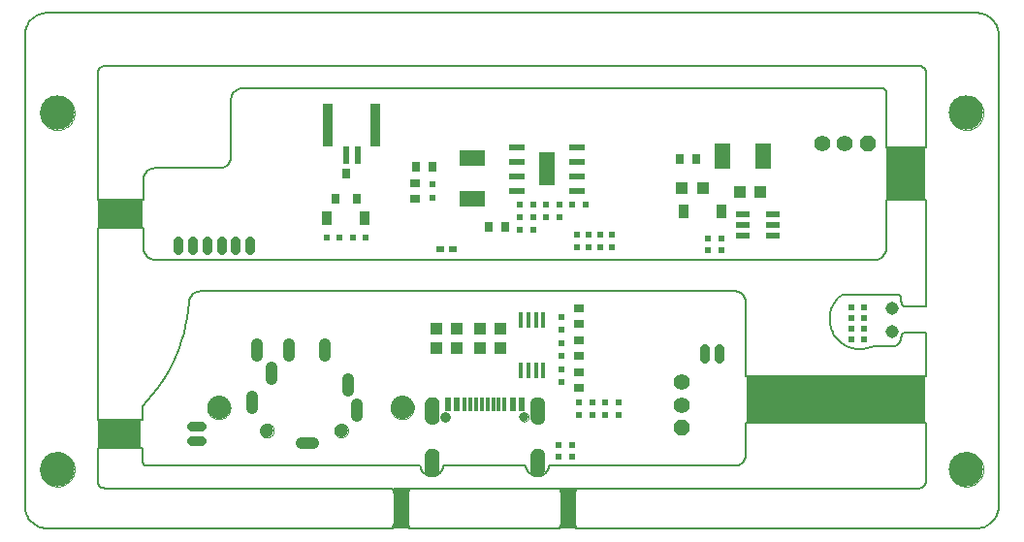
<source format=gts>
G75*
G70*
%OFA0B0*%
%FSLAX24Y24*%
%IPPOS*%
%LPD*%
%AMOC8*
5,1,8,0,0,1.08239X$1,22.5*
%
%ADD10C,0.0050*%
%ADD11C,0.0000*%
%ADD12C,0.1181*%
%ADD13R,0.0550X0.1400*%
%ADD14R,0.6150X0.1600*%
%ADD15R,0.1550X0.1000*%
%ADD16R,0.1350X0.1800*%
%ADD17R,0.1500X0.1000*%
%ADD18R,0.0197X0.0220*%
%ADD19R,0.0220X0.0197*%
%ADD20C,0.0450*%
%ADD21R,0.0236X0.0600*%
%ADD22R,0.0350X0.1450*%
%ADD23R,0.0394X0.0433*%
%ADD24R,0.0250X0.0197*%
%ADD25R,0.0472X0.0217*%
%ADD26R,0.0358X0.0480*%
%ADD27R,0.0551X0.0906*%
%ADD28R,0.0157X0.0551*%
%ADD29R,0.0354X0.0250*%
%ADD30R,0.0250X0.0354*%
%ADD31R,0.0315X0.0354*%
%ADD32R,0.0551X0.0236*%
%ADD33R,0.0551X0.1181*%
%ADD34R,0.0906X0.0551*%
%ADD35C,0.0800*%
%ADD36C,0.0472*%
%ADD37C,0.0400*%
%ADD38R,0.0118X0.0450*%
%ADD39R,0.0236X0.0450*%
%ADD40C,0.0315*%
%ADD41C,0.0004*%
%ADD42C,0.0317*%
%ADD43C,0.0550*%
%ADD44OC8,0.0550*%
D10*
X001677Y000927D02*
X013576Y000927D01*
X013576Y000955D01*
X013580Y000983D01*
X013587Y001010D01*
X013598Y001036D01*
X013612Y001060D01*
X013629Y001082D01*
X013649Y001102D01*
X013671Y001119D01*
X013695Y001133D01*
X013721Y001144D01*
X013748Y001151D01*
X013776Y001155D01*
X013926Y001155D01*
X013954Y001151D01*
X013981Y001144D01*
X014007Y001133D01*
X014031Y001119D01*
X014053Y001102D01*
X014073Y001082D01*
X014090Y001060D01*
X014104Y001036D01*
X014115Y001010D01*
X014122Y000983D01*
X014126Y000955D01*
X014126Y000927D01*
X019313Y000927D01*
X019313Y000955D01*
X019317Y000983D01*
X019324Y001010D01*
X019335Y001036D01*
X019349Y001060D01*
X019366Y001082D01*
X019386Y001102D01*
X019408Y001119D01*
X019432Y001133D01*
X019458Y001144D01*
X019485Y001151D01*
X019513Y001155D01*
X019663Y001155D01*
X019663Y001156D02*
X019692Y001152D01*
X019719Y001145D01*
X019745Y001135D01*
X019770Y001121D01*
X019793Y001104D01*
X019813Y001084D01*
X019831Y001062D01*
X019845Y001037D01*
X019857Y001011D01*
X019864Y000984D01*
X019868Y000956D01*
X019869Y000928D01*
X019869Y000927D02*
X033631Y000927D01*
X033630Y000927D02*
X033684Y000929D01*
X033738Y000934D01*
X033791Y000943D01*
X033844Y000956D01*
X033895Y000973D01*
X033945Y000993D01*
X033993Y001017D01*
X034040Y001044D01*
X034085Y001075D01*
X034127Y001108D01*
X034167Y001145D01*
X034204Y001184D01*
X034238Y001226D01*
X034269Y001270D01*
X034297Y001316D01*
X034321Y001364D01*
X034342Y001414D01*
X034360Y001465D01*
X034374Y001517D01*
X034384Y001570D01*
X034390Y001624D01*
X034392Y001677D01*
X034392Y017896D01*
X034392Y017895D02*
X034390Y017949D01*
X034383Y018003D01*
X034373Y018056D01*
X034360Y018108D01*
X034342Y018159D01*
X034321Y018209D01*
X034297Y018257D01*
X034269Y018303D01*
X034237Y018347D01*
X034203Y018388D01*
X034166Y018427D01*
X034126Y018464D01*
X034084Y018497D01*
X034040Y018528D01*
X033993Y018555D01*
X033945Y018578D01*
X033895Y018599D01*
X033843Y018615D01*
X033791Y018628D01*
X033738Y018637D01*
X033684Y018643D01*
X033631Y018644D01*
X001677Y018644D01*
X001624Y018642D01*
X001570Y018637D01*
X001518Y018627D01*
X001466Y018614D01*
X001415Y018597D01*
X001366Y018577D01*
X001318Y018553D01*
X001272Y018526D01*
X001228Y018495D01*
X001186Y018462D01*
X001147Y018425D01*
X001111Y018386D01*
X001077Y018345D01*
X001046Y018301D01*
X001019Y018255D01*
X000995Y018207D01*
X000975Y018158D01*
X000958Y018107D01*
X000944Y018055D01*
X000935Y018003D01*
X000929Y017949D01*
X000927Y017896D01*
X000927Y001677D01*
X000929Y001623D01*
X000935Y001570D01*
X000944Y001518D01*
X000957Y001466D01*
X000974Y001415D01*
X000995Y001365D01*
X001019Y001318D01*
X001046Y001272D01*
X001077Y001228D01*
X001110Y001186D01*
X001147Y001147D01*
X001186Y001110D01*
X001228Y001077D01*
X001272Y001046D01*
X001318Y001019D01*
X001365Y000995D01*
X001415Y000974D01*
X001466Y000957D01*
X001518Y000944D01*
X001570Y000935D01*
X001623Y000929D01*
X001677Y000927D01*
X003677Y002305D02*
X013576Y002305D01*
X013576Y002277D01*
X013580Y002249D01*
X013587Y002222D01*
X013598Y002196D01*
X013612Y002172D01*
X013629Y002150D01*
X013649Y002130D01*
X013671Y002113D01*
X013695Y002099D01*
X013721Y002088D01*
X013748Y002081D01*
X013776Y002077D01*
X013926Y002077D01*
X013954Y002081D01*
X013981Y002088D01*
X014007Y002099D01*
X014031Y002113D01*
X014053Y002130D01*
X014073Y002150D01*
X014090Y002172D01*
X014104Y002196D01*
X014115Y002222D01*
X014122Y002249D01*
X014126Y002277D01*
X014126Y002305D01*
X019313Y002305D01*
X019313Y002277D01*
X019317Y002249D01*
X019324Y002222D01*
X019335Y002196D01*
X019349Y002172D01*
X019366Y002150D01*
X019386Y002130D01*
X019408Y002113D01*
X019432Y002099D01*
X019458Y002088D01*
X019485Y002081D01*
X019513Y002077D01*
X019663Y002077D01*
X019692Y002081D01*
X019719Y002088D01*
X019745Y002098D01*
X019770Y002112D01*
X019793Y002129D01*
X019813Y002149D01*
X019831Y002171D01*
X019845Y002196D01*
X019857Y002222D01*
X019864Y002249D01*
X019868Y002277D01*
X019869Y002305D01*
X031642Y002305D01*
X031672Y002307D01*
X031702Y002312D01*
X031731Y002321D01*
X031758Y002334D01*
X031784Y002349D01*
X031808Y002368D01*
X031829Y002389D01*
X031848Y002413D01*
X031863Y002439D01*
X031876Y002466D01*
X031885Y002495D01*
X031890Y002525D01*
X031892Y002555D01*
X031892Y004570D01*
X025710Y004570D01*
X025710Y003477D01*
X025708Y003438D01*
X025702Y003399D01*
X025693Y003361D01*
X025680Y003324D01*
X025663Y003288D01*
X025643Y003255D01*
X025619Y003223D01*
X025593Y003194D01*
X025564Y003168D01*
X025532Y003144D01*
X025499Y003124D01*
X025463Y003107D01*
X025426Y003094D01*
X025388Y003085D01*
X025349Y003079D01*
X025310Y003077D01*
X018928Y003077D01*
X018928Y003078D02*
X018923Y003039D01*
X018914Y003001D01*
X018901Y002964D01*
X018885Y002929D01*
X018865Y002895D01*
X018842Y002863D01*
X018816Y002834D01*
X018787Y002808D01*
X018756Y002785D01*
X018722Y002764D01*
X018687Y002748D01*
X018650Y002734D01*
X018613Y002725D01*
X018574Y002719D01*
X018535Y002717D01*
X018496Y002719D01*
X018457Y002725D01*
X018420Y002734D01*
X018383Y002748D01*
X018348Y002764D01*
X018314Y002785D01*
X018283Y002808D01*
X018254Y002834D01*
X018228Y002863D01*
X018205Y002895D01*
X018185Y002929D01*
X018169Y002964D01*
X018156Y003001D01*
X018147Y003039D01*
X018142Y003078D01*
X018141Y003077D02*
X015298Y003077D01*
X015298Y003078D02*
X015293Y003039D01*
X015284Y003001D01*
X015271Y002964D01*
X015255Y002929D01*
X015235Y002895D01*
X015212Y002863D01*
X015186Y002834D01*
X015157Y002808D01*
X015126Y002785D01*
X015092Y002764D01*
X015057Y002748D01*
X015020Y002734D01*
X014983Y002725D01*
X014944Y002719D01*
X014905Y002717D01*
X014866Y002719D01*
X014827Y002725D01*
X014790Y002734D01*
X014753Y002748D01*
X014718Y002764D01*
X014684Y002785D01*
X014653Y002808D01*
X014624Y002834D01*
X014598Y002863D01*
X014575Y002895D01*
X014555Y002929D01*
X014539Y002964D01*
X014526Y003001D01*
X014517Y003039D01*
X014512Y003078D01*
X014511Y003077D02*
X005110Y003077D01*
X005085Y003082D01*
X005062Y003091D01*
X005039Y003103D01*
X005019Y003118D01*
X005001Y003136D01*
X004986Y003156D01*
X004974Y003178D01*
X004965Y003202D01*
X004960Y003227D01*
X004958Y003252D01*
X004960Y003277D01*
X004960Y003683D01*
X003427Y003683D01*
X003427Y002527D01*
X003431Y002499D01*
X003438Y002471D01*
X003448Y002444D01*
X003461Y002419D01*
X003477Y002396D01*
X003496Y002374D01*
X003517Y002355D01*
X003541Y002339D01*
X003566Y002326D01*
X003593Y002316D01*
X003620Y002309D01*
X003648Y002305D01*
X003677Y002305D01*
X003427Y004671D02*
X004960Y004671D01*
X004960Y005127D01*
X003427Y004671D02*
X003427Y011245D01*
X004994Y011245D01*
X004994Y010564D01*
X004996Y010525D01*
X005002Y010486D01*
X005011Y010448D01*
X005024Y010411D01*
X005041Y010375D01*
X005061Y010342D01*
X005085Y010310D01*
X005111Y010281D01*
X005140Y010255D01*
X005172Y010231D01*
X005205Y010211D01*
X005241Y010194D01*
X005278Y010181D01*
X005316Y010172D01*
X005355Y010166D01*
X005394Y010164D01*
X030138Y010164D01*
X030177Y010166D01*
X030216Y010172D01*
X030254Y010181D01*
X030291Y010194D01*
X030327Y010211D01*
X030360Y010231D01*
X030392Y010255D01*
X030421Y010281D01*
X030447Y010310D01*
X030471Y010342D01*
X030491Y010375D01*
X030508Y010411D01*
X030521Y010448D01*
X030530Y010486D01*
X030536Y010525D01*
X030538Y010564D01*
X030538Y012220D01*
X031892Y012220D01*
X031892Y008560D01*
X031192Y008560D01*
X031169Y008564D01*
X031147Y008571D01*
X031126Y008581D01*
X031107Y008594D01*
X031090Y008610D01*
X031076Y008628D01*
X031064Y008648D01*
X031055Y008669D01*
X031049Y008691D01*
X031046Y008714D01*
X031047Y008737D01*
X031046Y008738D02*
X031046Y008800D01*
X031046Y008823D01*
X031042Y008846D01*
X031036Y008868D01*
X031026Y008889D01*
X031014Y008908D01*
X030999Y008925D01*
X030981Y008940D01*
X030962Y008953D01*
X030941Y008962D01*
X030919Y008968D01*
X030896Y008972D01*
X029019Y008972D01*
X028969Y008934D01*
X028921Y008893D01*
X028876Y008849D01*
X028834Y008803D01*
X028794Y008754D01*
X028758Y008702D01*
X028725Y008649D01*
X028695Y008594D01*
X028668Y008537D01*
X028645Y008478D01*
X028626Y008418D01*
X028610Y008357D01*
X028598Y008296D01*
X028589Y008233D01*
X028585Y008170D01*
X028584Y008108D01*
X028587Y008045D01*
X028594Y007982D01*
X028605Y007920D01*
X028619Y007859D01*
X028637Y007799D01*
X028659Y007740D01*
X028684Y007682D01*
X028713Y007626D01*
X028745Y007572D01*
X028780Y007520D01*
X028818Y007470D01*
X028859Y007422D01*
X028904Y007377D01*
X028950Y007335D01*
X028999Y007296D01*
X029051Y007260D01*
X029104Y007227D01*
X029160Y007197D01*
X029217Y007171D01*
X029275Y007148D01*
X029335Y007129D01*
X029396Y007113D01*
X029458Y007101D01*
X029520Y007093D01*
X029583Y007089D01*
X029646Y007088D01*
X029709Y007092D01*
X029771Y007099D01*
X029833Y007110D01*
X029895Y007124D01*
X029955Y007142D01*
X030014Y007164D01*
X030071Y007190D01*
X030731Y007190D01*
X030764Y007192D01*
X030797Y007198D01*
X030829Y007207D01*
X030860Y007219D01*
X030890Y007234D01*
X030918Y007253D01*
X030943Y007274D01*
X030966Y007298D01*
X030987Y007324D01*
X031005Y007352D01*
X031020Y007382D01*
X031031Y007413D01*
X031040Y007445D01*
X031045Y007478D01*
X031046Y007511D01*
X031047Y007511D02*
X031050Y007534D01*
X031057Y007556D01*
X031067Y007577D01*
X031080Y007597D01*
X031095Y007614D01*
X031113Y007629D01*
X031133Y007641D01*
X031154Y007651D01*
X031177Y007657D01*
X031200Y007660D01*
X031223Y007659D01*
X031223Y007660D02*
X031892Y007660D01*
X031892Y006158D01*
X025710Y006158D01*
X025710Y008677D01*
X025708Y008716D01*
X025702Y008755D01*
X025693Y008793D01*
X025680Y008830D01*
X025663Y008866D01*
X025643Y008899D01*
X025619Y008931D01*
X025593Y008960D01*
X025564Y008986D01*
X025532Y009010D01*
X025499Y009030D01*
X025463Y009047D01*
X025426Y009060D01*
X025388Y009069D01*
X025349Y009075D01*
X025310Y009077D01*
X006960Y009077D01*
X006921Y009075D01*
X006882Y009069D01*
X006844Y009060D01*
X006807Y009047D01*
X006771Y009030D01*
X006738Y009010D01*
X006706Y008986D01*
X006677Y008960D01*
X006651Y008931D01*
X006627Y008899D01*
X006607Y008866D01*
X006590Y008830D01*
X006577Y008793D01*
X006568Y008755D01*
X006562Y008716D01*
X006560Y008677D01*
X006534Y008413D01*
X006496Y008151D01*
X006446Y007891D01*
X006384Y007633D01*
X006310Y007379D01*
X006224Y007129D01*
X006126Y006882D01*
X006017Y006641D01*
X005897Y006404D01*
X005767Y006174D01*
X005625Y005950D01*
X005473Y005733D01*
X005312Y005523D01*
X005141Y005321D01*
X004960Y005127D01*
X004994Y012233D02*
X003427Y012233D01*
X003427Y016586D01*
X003429Y016616D01*
X003434Y016646D01*
X003443Y016675D01*
X003456Y016702D01*
X003471Y016728D01*
X003490Y016752D01*
X003511Y016773D01*
X003535Y016792D01*
X003561Y016807D01*
X003588Y016820D01*
X003617Y016829D01*
X003647Y016834D01*
X003677Y016836D01*
X031642Y016836D01*
X031672Y016834D01*
X031702Y016829D01*
X031731Y016820D01*
X031758Y016807D01*
X031784Y016792D01*
X031808Y016773D01*
X031829Y016752D01*
X031848Y016728D01*
X031863Y016702D01*
X031876Y016675D01*
X031885Y016646D01*
X031890Y016616D01*
X031892Y016586D01*
X031892Y014008D01*
X030538Y014008D01*
X030538Y015914D01*
X030536Y015937D01*
X030531Y015960D01*
X030522Y015982D01*
X030509Y016002D01*
X030494Y016020D01*
X030476Y016035D01*
X030456Y016048D01*
X030434Y016057D01*
X030411Y016062D01*
X030388Y016064D01*
X008410Y016064D01*
X008371Y016062D01*
X008332Y016056D01*
X008294Y016047D01*
X008257Y016034D01*
X008221Y016017D01*
X008188Y015997D01*
X008156Y015973D01*
X008127Y015947D01*
X008101Y015918D01*
X008077Y015886D01*
X008057Y015853D01*
X008040Y015817D01*
X008027Y015780D01*
X008018Y015742D01*
X008012Y015703D01*
X008010Y015664D01*
X008010Y013714D01*
X008008Y013675D01*
X008002Y013636D01*
X007993Y013598D01*
X007980Y013561D01*
X007963Y013525D01*
X007943Y013492D01*
X007919Y013460D01*
X007893Y013431D01*
X007864Y013405D01*
X007832Y013381D01*
X007799Y013361D01*
X007763Y013344D01*
X007726Y013331D01*
X007688Y013322D01*
X007649Y013316D01*
X007610Y013314D01*
X005394Y013314D01*
X005355Y013312D01*
X005316Y013306D01*
X005278Y013297D01*
X005241Y013284D01*
X005205Y013267D01*
X005172Y013247D01*
X005140Y013223D01*
X005111Y013197D01*
X005085Y013168D01*
X005061Y013136D01*
X005041Y013103D01*
X005024Y013067D01*
X005011Y013030D01*
X005002Y012992D01*
X004996Y012953D01*
X004994Y012914D01*
X004994Y012233D01*
D11*
X001440Y015215D02*
X001442Y015263D01*
X001448Y015311D01*
X001458Y015358D01*
X001471Y015404D01*
X001489Y015449D01*
X001509Y015493D01*
X001534Y015535D01*
X001562Y015574D01*
X001592Y015611D01*
X001626Y015645D01*
X001663Y015677D01*
X001701Y015706D01*
X001742Y015731D01*
X001785Y015753D01*
X001830Y015771D01*
X001876Y015785D01*
X001923Y015796D01*
X001971Y015803D01*
X002019Y015806D01*
X002067Y015805D01*
X002115Y015800D01*
X002163Y015791D01*
X002209Y015779D01*
X002254Y015762D01*
X002298Y015742D01*
X002340Y015719D01*
X002380Y015692D01*
X002418Y015662D01*
X002453Y015629D01*
X002485Y015593D01*
X002515Y015555D01*
X002541Y015514D01*
X002563Y015471D01*
X002583Y015427D01*
X002598Y015382D01*
X002610Y015335D01*
X002618Y015287D01*
X002622Y015239D01*
X002622Y015191D01*
X002618Y015143D01*
X002610Y015095D01*
X002598Y015048D01*
X002583Y015003D01*
X002563Y014959D01*
X002541Y014916D01*
X002515Y014875D01*
X002485Y014837D01*
X002453Y014801D01*
X002418Y014768D01*
X002380Y014738D01*
X002340Y014711D01*
X002298Y014688D01*
X002254Y014668D01*
X002209Y014651D01*
X002163Y014639D01*
X002115Y014630D01*
X002067Y014625D01*
X002019Y014624D01*
X001971Y014627D01*
X001923Y014634D01*
X001876Y014645D01*
X001830Y014659D01*
X001785Y014677D01*
X001742Y014699D01*
X001701Y014724D01*
X001663Y014753D01*
X001626Y014785D01*
X001592Y014819D01*
X001562Y014856D01*
X001534Y014895D01*
X001509Y014937D01*
X001489Y014981D01*
X001471Y015026D01*
X001458Y015072D01*
X001448Y015119D01*
X001442Y015167D01*
X001440Y015215D01*
X007182Y005080D02*
X007184Y005120D01*
X007190Y005159D01*
X007200Y005198D01*
X007213Y005235D01*
X007231Y005271D01*
X007252Y005305D01*
X007276Y005337D01*
X007303Y005366D01*
X007333Y005393D01*
X007365Y005416D01*
X007400Y005436D01*
X007436Y005452D01*
X007474Y005465D01*
X007513Y005474D01*
X007552Y005479D01*
X007592Y005480D01*
X007632Y005477D01*
X007671Y005470D01*
X007709Y005459D01*
X007747Y005445D01*
X007782Y005426D01*
X007815Y005405D01*
X007847Y005380D01*
X007875Y005352D01*
X007901Y005322D01*
X007923Y005289D01*
X007942Y005254D01*
X007958Y005217D01*
X007970Y005179D01*
X007978Y005140D01*
X007982Y005100D01*
X007982Y005060D01*
X007978Y005020D01*
X007970Y004981D01*
X007958Y004943D01*
X007942Y004906D01*
X007923Y004871D01*
X007901Y004838D01*
X007875Y004808D01*
X007847Y004780D01*
X007815Y004755D01*
X007782Y004734D01*
X007747Y004715D01*
X007709Y004701D01*
X007671Y004690D01*
X007632Y004683D01*
X007592Y004680D01*
X007552Y004681D01*
X007513Y004686D01*
X007474Y004695D01*
X007436Y004708D01*
X007400Y004724D01*
X007365Y004744D01*
X007333Y004767D01*
X007303Y004794D01*
X007276Y004823D01*
X007252Y004855D01*
X007231Y004889D01*
X007213Y004925D01*
X007200Y004962D01*
X007190Y005001D01*
X007184Y005040D01*
X007182Y005080D01*
X009001Y004288D02*
X009003Y004318D01*
X009009Y004348D01*
X009018Y004377D01*
X009031Y004404D01*
X009048Y004429D01*
X009067Y004452D01*
X009090Y004473D01*
X009115Y004490D01*
X009141Y004504D01*
X009170Y004514D01*
X009199Y004521D01*
X009229Y004524D01*
X009260Y004523D01*
X009290Y004518D01*
X009319Y004509D01*
X009346Y004497D01*
X009372Y004482D01*
X009396Y004463D01*
X009417Y004441D01*
X009435Y004417D01*
X009450Y004390D01*
X009461Y004362D01*
X009469Y004333D01*
X009473Y004303D01*
X009473Y004273D01*
X009469Y004243D01*
X009461Y004214D01*
X009450Y004186D01*
X009435Y004159D01*
X009417Y004135D01*
X009396Y004113D01*
X009372Y004094D01*
X009346Y004079D01*
X009319Y004067D01*
X009290Y004058D01*
X009260Y004053D01*
X009229Y004052D01*
X009199Y004055D01*
X009170Y004062D01*
X009141Y004072D01*
X009115Y004086D01*
X009090Y004103D01*
X009067Y004124D01*
X009048Y004147D01*
X009031Y004172D01*
X009018Y004199D01*
X009009Y004228D01*
X009003Y004258D01*
X009001Y004288D01*
X011560Y004288D02*
X011562Y004318D01*
X011568Y004348D01*
X011577Y004377D01*
X011590Y004404D01*
X011607Y004429D01*
X011626Y004452D01*
X011649Y004473D01*
X011674Y004490D01*
X011700Y004504D01*
X011729Y004514D01*
X011758Y004521D01*
X011788Y004524D01*
X011819Y004523D01*
X011849Y004518D01*
X011878Y004509D01*
X011905Y004497D01*
X011931Y004482D01*
X011955Y004463D01*
X011976Y004441D01*
X011994Y004417D01*
X012009Y004390D01*
X012020Y004362D01*
X012028Y004333D01*
X012032Y004303D01*
X012032Y004273D01*
X012028Y004243D01*
X012020Y004214D01*
X012009Y004186D01*
X011994Y004159D01*
X011976Y004135D01*
X011955Y004113D01*
X011931Y004094D01*
X011905Y004079D01*
X011878Y004067D01*
X011849Y004058D01*
X011819Y004053D01*
X011788Y004052D01*
X011758Y004055D01*
X011729Y004062D01*
X011700Y004072D01*
X011674Y004086D01*
X011649Y004103D01*
X011626Y004124D01*
X011607Y004147D01*
X011590Y004172D01*
X011577Y004199D01*
X011568Y004228D01*
X011562Y004258D01*
X011560Y004288D01*
X013487Y005080D02*
X013489Y005120D01*
X013495Y005159D01*
X013505Y005198D01*
X013518Y005235D01*
X013536Y005271D01*
X013557Y005305D01*
X013581Y005337D01*
X013608Y005366D01*
X013638Y005393D01*
X013670Y005416D01*
X013705Y005436D01*
X013741Y005452D01*
X013779Y005465D01*
X013818Y005474D01*
X013857Y005479D01*
X013897Y005480D01*
X013937Y005477D01*
X013976Y005470D01*
X014014Y005459D01*
X014052Y005445D01*
X014087Y005426D01*
X014120Y005405D01*
X014152Y005380D01*
X014180Y005352D01*
X014206Y005322D01*
X014228Y005289D01*
X014247Y005254D01*
X014263Y005217D01*
X014275Y005179D01*
X014283Y005140D01*
X014287Y005100D01*
X014287Y005060D01*
X014283Y005020D01*
X014275Y004981D01*
X014263Y004943D01*
X014247Y004906D01*
X014228Y004871D01*
X014206Y004838D01*
X014180Y004808D01*
X014152Y004780D01*
X014120Y004755D01*
X014087Y004734D01*
X014052Y004715D01*
X014014Y004701D01*
X013976Y004690D01*
X013937Y004683D01*
X013897Y004680D01*
X013857Y004681D01*
X013818Y004686D01*
X013779Y004695D01*
X013741Y004708D01*
X013705Y004724D01*
X013670Y004744D01*
X013638Y004767D01*
X013608Y004794D01*
X013581Y004823D01*
X013557Y004855D01*
X013536Y004889D01*
X013518Y004925D01*
X013505Y004962D01*
X013495Y005001D01*
X013489Y005040D01*
X013487Y005080D01*
X015204Y004757D02*
X015206Y004782D01*
X015212Y004806D01*
X015221Y004828D01*
X015234Y004849D01*
X015250Y004868D01*
X015269Y004884D01*
X015290Y004897D01*
X015312Y004906D01*
X015336Y004912D01*
X015361Y004914D01*
X015386Y004912D01*
X015410Y004906D01*
X015432Y004897D01*
X015453Y004884D01*
X015472Y004868D01*
X015488Y004849D01*
X015501Y004828D01*
X015510Y004806D01*
X015516Y004782D01*
X015518Y004757D01*
X015516Y004732D01*
X015510Y004708D01*
X015501Y004686D01*
X015488Y004665D01*
X015472Y004646D01*
X015453Y004630D01*
X015432Y004617D01*
X015410Y004608D01*
X015386Y004602D01*
X015361Y004600D01*
X015336Y004602D01*
X015312Y004608D01*
X015290Y004617D01*
X015269Y004630D01*
X015250Y004646D01*
X015234Y004665D01*
X015221Y004686D01*
X015212Y004708D01*
X015206Y004732D01*
X015204Y004757D01*
X017921Y004757D02*
X017923Y004782D01*
X017929Y004806D01*
X017938Y004828D01*
X017951Y004849D01*
X017967Y004868D01*
X017986Y004884D01*
X018007Y004897D01*
X018029Y004906D01*
X018053Y004912D01*
X018078Y004914D01*
X018103Y004912D01*
X018127Y004906D01*
X018149Y004897D01*
X018170Y004884D01*
X018189Y004868D01*
X018205Y004849D01*
X018218Y004828D01*
X018227Y004806D01*
X018233Y004782D01*
X018235Y004757D01*
X018233Y004732D01*
X018227Y004708D01*
X018218Y004686D01*
X018205Y004665D01*
X018189Y004646D01*
X018170Y004630D01*
X018149Y004617D01*
X018127Y004608D01*
X018103Y004602D01*
X018078Y004600D01*
X018053Y004602D01*
X018029Y004608D01*
X018007Y004617D01*
X017986Y004630D01*
X017967Y004646D01*
X017951Y004665D01*
X017938Y004686D01*
X017929Y004708D01*
X017923Y004732D01*
X017921Y004757D01*
X032687Y002959D02*
X032689Y003007D01*
X032695Y003055D01*
X032705Y003102D01*
X032718Y003148D01*
X032736Y003193D01*
X032756Y003237D01*
X032781Y003279D01*
X032809Y003318D01*
X032839Y003355D01*
X032873Y003389D01*
X032910Y003421D01*
X032948Y003450D01*
X032989Y003475D01*
X033032Y003497D01*
X033077Y003515D01*
X033123Y003529D01*
X033170Y003540D01*
X033218Y003547D01*
X033266Y003550D01*
X033314Y003549D01*
X033362Y003544D01*
X033410Y003535D01*
X033456Y003523D01*
X033501Y003506D01*
X033545Y003486D01*
X033587Y003463D01*
X033627Y003436D01*
X033665Y003406D01*
X033700Y003373D01*
X033732Y003337D01*
X033762Y003299D01*
X033788Y003258D01*
X033810Y003215D01*
X033830Y003171D01*
X033845Y003126D01*
X033857Y003079D01*
X033865Y003031D01*
X033869Y002983D01*
X033869Y002935D01*
X033865Y002887D01*
X033857Y002839D01*
X033845Y002792D01*
X033830Y002747D01*
X033810Y002703D01*
X033788Y002660D01*
X033762Y002619D01*
X033732Y002581D01*
X033700Y002545D01*
X033665Y002512D01*
X033627Y002482D01*
X033587Y002455D01*
X033545Y002432D01*
X033501Y002412D01*
X033456Y002395D01*
X033410Y002383D01*
X033362Y002374D01*
X033314Y002369D01*
X033266Y002368D01*
X033218Y002371D01*
X033170Y002378D01*
X033123Y002389D01*
X033077Y002403D01*
X033032Y002421D01*
X032989Y002443D01*
X032948Y002468D01*
X032910Y002497D01*
X032873Y002529D01*
X032839Y002563D01*
X032809Y002600D01*
X032781Y002639D01*
X032756Y002681D01*
X032736Y002725D01*
X032718Y002770D01*
X032705Y002816D01*
X032695Y002863D01*
X032689Y002911D01*
X032687Y002959D01*
X032687Y015215D02*
X032689Y015263D01*
X032695Y015311D01*
X032705Y015358D01*
X032718Y015404D01*
X032736Y015449D01*
X032756Y015493D01*
X032781Y015535D01*
X032809Y015574D01*
X032839Y015611D01*
X032873Y015645D01*
X032910Y015677D01*
X032948Y015706D01*
X032989Y015731D01*
X033032Y015753D01*
X033077Y015771D01*
X033123Y015785D01*
X033170Y015796D01*
X033218Y015803D01*
X033266Y015806D01*
X033314Y015805D01*
X033362Y015800D01*
X033410Y015791D01*
X033456Y015779D01*
X033501Y015762D01*
X033545Y015742D01*
X033587Y015719D01*
X033627Y015692D01*
X033665Y015662D01*
X033700Y015629D01*
X033732Y015593D01*
X033762Y015555D01*
X033788Y015514D01*
X033810Y015471D01*
X033830Y015427D01*
X033845Y015382D01*
X033857Y015335D01*
X033865Y015287D01*
X033869Y015239D01*
X033869Y015191D01*
X033865Y015143D01*
X033857Y015095D01*
X033845Y015048D01*
X033830Y015003D01*
X033810Y014959D01*
X033788Y014916D01*
X033762Y014875D01*
X033732Y014837D01*
X033700Y014801D01*
X033665Y014768D01*
X033627Y014738D01*
X033587Y014711D01*
X033545Y014688D01*
X033501Y014668D01*
X033456Y014651D01*
X033410Y014639D01*
X033362Y014630D01*
X033314Y014625D01*
X033266Y014624D01*
X033218Y014627D01*
X033170Y014634D01*
X033123Y014645D01*
X033077Y014659D01*
X033032Y014677D01*
X032989Y014699D01*
X032948Y014724D01*
X032910Y014753D01*
X032873Y014785D01*
X032839Y014819D01*
X032809Y014856D01*
X032781Y014895D01*
X032756Y014937D01*
X032736Y014981D01*
X032718Y015026D01*
X032705Y015072D01*
X032695Y015119D01*
X032689Y015167D01*
X032687Y015215D01*
X001440Y002959D02*
X001442Y003007D01*
X001448Y003055D01*
X001458Y003102D01*
X001471Y003148D01*
X001489Y003193D01*
X001509Y003237D01*
X001534Y003279D01*
X001562Y003318D01*
X001592Y003355D01*
X001626Y003389D01*
X001663Y003421D01*
X001701Y003450D01*
X001742Y003475D01*
X001785Y003497D01*
X001830Y003515D01*
X001876Y003529D01*
X001923Y003540D01*
X001971Y003547D01*
X002019Y003550D01*
X002067Y003549D01*
X002115Y003544D01*
X002163Y003535D01*
X002209Y003523D01*
X002254Y003506D01*
X002298Y003486D01*
X002340Y003463D01*
X002380Y003436D01*
X002418Y003406D01*
X002453Y003373D01*
X002485Y003337D01*
X002515Y003299D01*
X002541Y003258D01*
X002563Y003215D01*
X002583Y003171D01*
X002598Y003126D01*
X002610Y003079D01*
X002618Y003031D01*
X002622Y002983D01*
X002622Y002935D01*
X002618Y002887D01*
X002610Y002839D01*
X002598Y002792D01*
X002583Y002747D01*
X002563Y002703D01*
X002541Y002660D01*
X002515Y002619D01*
X002485Y002581D01*
X002453Y002545D01*
X002418Y002512D01*
X002380Y002482D01*
X002340Y002455D01*
X002298Y002432D01*
X002254Y002412D01*
X002209Y002395D01*
X002163Y002383D01*
X002115Y002374D01*
X002067Y002369D01*
X002019Y002368D01*
X001971Y002371D01*
X001923Y002378D01*
X001876Y002389D01*
X001830Y002403D01*
X001785Y002421D01*
X001742Y002443D01*
X001701Y002468D01*
X001663Y002497D01*
X001626Y002529D01*
X001592Y002563D01*
X001562Y002600D01*
X001534Y002639D01*
X001509Y002681D01*
X001489Y002725D01*
X001471Y002770D01*
X001458Y002816D01*
X001448Y002863D01*
X001442Y002911D01*
X001440Y002959D01*
D12*
X002031Y002959D03*
X002031Y015215D03*
X033278Y015215D03*
X033278Y002959D03*
D13*
X019588Y001627D03*
X013851Y001627D03*
D14*
X028802Y005377D03*
D15*
X004202Y011727D03*
D16*
X031202Y013127D03*
D17*
X004177Y004177D03*
D18*
X014944Y012305D03*
X014944Y012752D03*
X019884Y011038D03*
X020284Y011038D03*
X020684Y011038D03*
X021084Y011038D03*
X021084Y010592D03*
X020684Y010592D03*
X020284Y010592D03*
X019884Y010592D03*
X019358Y008195D03*
X019358Y007749D03*
X019358Y007295D03*
X019358Y006849D03*
X019358Y006405D03*
X019358Y005958D03*
D19*
X019974Y005249D03*
X020421Y005249D03*
X020421Y004823D03*
X019974Y004823D03*
X020868Y004823D03*
X021315Y004823D03*
X021315Y005249D03*
X020868Y005249D03*
X019724Y003789D03*
X019278Y003789D03*
X019278Y003379D03*
X019724Y003379D03*
X029323Y007432D03*
X029770Y007432D03*
X029770Y007792D03*
X029323Y007792D03*
X029323Y008152D03*
X029770Y008152D03*
X029770Y008512D03*
X029323Y008512D03*
X024859Y010477D03*
X024412Y010477D03*
X024412Y010888D03*
X024859Y010888D03*
X020189Y012047D03*
X019742Y012047D03*
X019289Y012047D03*
X018842Y012047D03*
X018389Y012047D03*
X018389Y011616D03*
X018842Y011616D03*
X019289Y011616D03*
X018389Y011190D03*
X017942Y011190D03*
X017942Y011616D03*
X017942Y012047D03*
X012628Y010927D03*
X012182Y010927D03*
X011728Y010927D03*
X011282Y010927D03*
D20*
X030746Y008502D03*
X030746Y007702D03*
D21*
X012353Y013747D03*
X011959Y013747D03*
D22*
X011347Y014792D03*
X012964Y014792D03*
D23*
X023509Y012627D03*
X024219Y012627D03*
X025493Y012477D03*
X026203Y012477D03*
X017262Y007780D03*
X016553Y007780D03*
X015762Y007781D03*
X015053Y007781D03*
X015053Y007130D03*
X015762Y007130D03*
X016553Y007130D03*
X017262Y007130D03*
D24*
X015645Y010512D03*
X015205Y010512D03*
D25*
X025610Y010988D03*
X025610Y011362D03*
X025610Y011736D03*
X026634Y011736D03*
X026634Y011362D03*
X026634Y010988D03*
D26*
X024859Y011827D03*
X023569Y011827D03*
X012600Y011577D03*
X011310Y011577D03*
D27*
X024887Y013712D03*
X026284Y013712D03*
D28*
X018742Y008080D03*
X018486Y008080D03*
X018230Y008080D03*
X017974Y008080D03*
X017974Y006347D03*
X018230Y006347D03*
X018486Y006347D03*
X018742Y006347D03*
D29*
X019970Y006301D03*
X019970Y005754D03*
X019972Y006854D03*
X019972Y007401D03*
X019972Y007954D03*
X019972Y008501D03*
X014341Y012255D03*
X014341Y012802D03*
D30*
X014369Y013355D03*
X014915Y013355D03*
X016872Y011289D03*
X017418Y011289D03*
X023441Y013612D03*
X023988Y013612D03*
D31*
X012329Y012254D03*
X011581Y012254D03*
X011955Y013110D03*
D32*
X017822Y013038D03*
X017822Y012538D03*
X017822Y013538D03*
X017822Y014038D03*
X019909Y014038D03*
X019909Y013538D03*
X019909Y013038D03*
X019909Y012538D03*
D33*
X018866Y013288D03*
D34*
X016292Y013660D03*
X016292Y012262D03*
D35*
X013887Y005080D03*
X007582Y005080D03*
D36*
X009237Y004288D03*
X011796Y004288D03*
D37*
X012347Y004797D02*
X012347Y005197D01*
X012033Y005663D02*
X012033Y006063D01*
X011245Y006844D02*
X011245Y007244D01*
X009985Y007244D02*
X009985Y006844D01*
X009395Y006457D02*
X009395Y006057D01*
X008725Y005473D02*
X008725Y005073D01*
X010415Y003855D02*
X010815Y003855D01*
X008883Y006844D02*
X008883Y007244D01*
D38*
X016031Y005203D03*
X016228Y005203D03*
X016424Y005203D03*
X016621Y005203D03*
X016818Y005203D03*
X017015Y005203D03*
X017212Y005203D03*
X017409Y005203D03*
D39*
X017684Y005203D03*
X017989Y005203D03*
X015755Y005203D03*
X015450Y005203D03*
D40*
X015361Y004757D03*
X018078Y004757D03*
D41*
X018299Y004756D02*
X018772Y004756D01*
X018772Y004754D02*
X018299Y004754D01*
X018299Y004751D02*
X018772Y004751D01*
X018772Y004749D02*
X018299Y004749D01*
X018299Y004747D02*
X018772Y004747D01*
X018772Y004744D02*
X018299Y004744D01*
X018299Y004742D02*
X018772Y004742D01*
X018772Y004740D02*
X018764Y004690D01*
X018745Y004643D01*
X018716Y004601D01*
X018678Y004567D01*
X018634Y004543D01*
X018586Y004528D01*
X018535Y004525D01*
X018485Y004528D01*
X018437Y004543D01*
X018393Y004567D01*
X018355Y004601D01*
X018326Y004643D01*
X018307Y004690D01*
X018299Y004740D01*
X018299Y005212D01*
X018305Y005256D01*
X018765Y005256D01*
X018765Y005258D02*
X018306Y005258D01*
X018305Y005256D02*
X018320Y005298D01*
X018342Y005337D01*
X018372Y005370D01*
X018408Y005397D01*
X018660Y005397D01*
X018656Y005400D02*
X018413Y005400D01*
X018418Y005402D02*
X018652Y005402D01*
X018648Y005405D02*
X018423Y005405D01*
X018428Y005407D02*
X018643Y005407D01*
X018639Y005410D02*
X018433Y005410D01*
X018438Y005412D02*
X018635Y005412D01*
X018679Y005386D01*
X018717Y005352D01*
X018745Y005310D01*
X018764Y005262D01*
X018772Y005212D01*
X018772Y004740D01*
X018772Y004739D02*
X018299Y004739D01*
X018300Y004737D02*
X018771Y004737D01*
X018771Y004734D02*
X018300Y004734D01*
X018300Y004732D02*
X018770Y004732D01*
X018770Y004730D02*
X018301Y004730D01*
X018301Y004727D02*
X018770Y004727D01*
X018769Y004725D02*
X018302Y004725D01*
X018302Y004722D02*
X018769Y004722D01*
X018768Y004720D02*
X018302Y004720D01*
X018303Y004717D02*
X018768Y004717D01*
X018768Y004715D02*
X018303Y004715D01*
X018304Y004712D02*
X018767Y004712D01*
X018767Y004710D02*
X018304Y004710D01*
X018304Y004708D02*
X018766Y004708D01*
X018766Y004705D02*
X018305Y004705D01*
X018305Y004703D02*
X018766Y004703D01*
X018765Y004700D02*
X018306Y004700D01*
X018306Y004698D02*
X018765Y004698D01*
X018765Y004695D02*
X018306Y004695D01*
X018307Y004693D02*
X018764Y004693D01*
X018764Y004691D02*
X018307Y004691D01*
X018308Y004688D02*
X018763Y004688D01*
X018762Y004686D02*
X018309Y004686D01*
X018310Y004683D02*
X018761Y004683D01*
X018760Y004681D02*
X018311Y004681D01*
X018312Y004678D02*
X018759Y004678D01*
X018758Y004676D02*
X018313Y004676D01*
X018314Y004673D02*
X018757Y004673D01*
X018756Y004671D02*
X018315Y004671D01*
X018316Y004669D02*
X018755Y004669D01*
X018754Y004666D02*
X018317Y004666D01*
X018318Y004664D02*
X018753Y004664D01*
X018752Y004661D02*
X018319Y004661D01*
X018320Y004659D02*
X018751Y004659D01*
X018750Y004656D02*
X018321Y004656D01*
X018322Y004654D02*
X018749Y004654D01*
X018748Y004652D02*
X018323Y004652D01*
X018324Y004649D02*
X018747Y004649D01*
X018746Y004647D02*
X018325Y004647D01*
X018326Y004644D02*
X018745Y004644D01*
X018744Y004642D02*
X018327Y004642D01*
X018329Y004639D02*
X018742Y004639D01*
X018740Y004637D02*
X018330Y004637D01*
X018332Y004634D02*
X018739Y004634D01*
X018737Y004632D02*
X018334Y004632D01*
X018336Y004630D02*
X018735Y004630D01*
X018734Y004627D02*
X018337Y004627D01*
X018339Y004625D02*
X018732Y004625D01*
X018730Y004622D02*
X018341Y004622D01*
X018342Y004620D02*
X018729Y004620D01*
X018727Y004617D02*
X018344Y004617D01*
X018346Y004615D02*
X018725Y004615D01*
X018723Y004613D02*
X018347Y004613D01*
X018349Y004610D02*
X018722Y004610D01*
X018720Y004608D02*
X018351Y004608D01*
X018353Y004605D02*
X018718Y004605D01*
X018717Y004603D02*
X018354Y004603D01*
X018356Y004600D02*
X018715Y004600D01*
X018712Y004598D02*
X018359Y004598D01*
X018362Y004595D02*
X018709Y004595D01*
X018706Y004593D02*
X018364Y004593D01*
X018367Y004591D02*
X018704Y004591D01*
X018701Y004588D02*
X018370Y004588D01*
X018372Y004586D02*
X018698Y004586D01*
X018696Y004583D02*
X018375Y004583D01*
X018378Y004581D02*
X018693Y004581D01*
X018690Y004578D02*
X018380Y004578D01*
X018383Y004576D02*
X018688Y004576D01*
X018685Y004574D02*
X018386Y004574D01*
X018389Y004571D02*
X018682Y004571D01*
X018680Y004569D02*
X018391Y004569D01*
X018395Y004566D02*
X018676Y004566D01*
X018672Y004564D02*
X018399Y004564D01*
X018403Y004561D02*
X018667Y004561D01*
X018663Y004559D02*
X018408Y004559D01*
X018412Y004556D02*
X018659Y004556D01*
X018654Y004554D02*
X018416Y004554D01*
X018421Y004552D02*
X018650Y004552D01*
X018646Y004549D02*
X018425Y004549D01*
X018429Y004547D02*
X018642Y004547D01*
X018637Y004544D02*
X018434Y004544D01*
X018439Y004542D02*
X018632Y004542D01*
X018623Y004539D02*
X018448Y004539D01*
X018456Y004537D02*
X018615Y004537D01*
X018607Y004535D02*
X018464Y004535D01*
X018472Y004532D02*
X018599Y004532D01*
X018591Y004530D02*
X018480Y004530D01*
X018501Y004527D02*
X018569Y004527D01*
X018772Y004759D02*
X018299Y004759D01*
X018299Y004761D02*
X018772Y004761D01*
X018772Y004764D02*
X018299Y004764D01*
X018299Y004766D02*
X018772Y004766D01*
X018772Y004769D02*
X018299Y004769D01*
X018299Y004771D02*
X018772Y004771D01*
X018772Y004773D02*
X018299Y004773D01*
X018299Y004776D02*
X018772Y004776D01*
X018772Y004778D02*
X018299Y004778D01*
X018299Y004781D02*
X018772Y004781D01*
X018772Y004783D02*
X018299Y004783D01*
X018299Y004786D02*
X018772Y004786D01*
X018772Y004788D02*
X018299Y004788D01*
X018299Y004790D02*
X018772Y004790D01*
X018772Y004793D02*
X018299Y004793D01*
X018299Y004795D02*
X018772Y004795D01*
X018772Y004798D02*
X018299Y004798D01*
X018299Y004800D02*
X018772Y004800D01*
X018772Y004803D02*
X018299Y004803D01*
X018299Y004805D02*
X018772Y004805D01*
X018772Y004808D02*
X018299Y004808D01*
X018299Y004810D02*
X018772Y004810D01*
X018772Y004812D02*
X018299Y004812D01*
X018299Y004815D02*
X018772Y004815D01*
X018772Y004817D02*
X018299Y004817D01*
X018299Y004820D02*
X018772Y004820D01*
X018772Y004822D02*
X018299Y004822D01*
X018299Y004825D02*
X018772Y004825D01*
X018772Y004827D02*
X018299Y004827D01*
X018299Y004829D02*
X018772Y004829D01*
X018772Y004832D02*
X018299Y004832D01*
X018299Y004834D02*
X018772Y004834D01*
X018772Y004837D02*
X018299Y004837D01*
X018299Y004839D02*
X018772Y004839D01*
X018772Y004842D02*
X018299Y004842D01*
X018299Y004844D02*
X018772Y004844D01*
X018772Y004847D02*
X018299Y004847D01*
X018299Y004849D02*
X018772Y004849D01*
X018772Y004851D02*
X018299Y004851D01*
X018299Y004854D02*
X018772Y004854D01*
X018772Y004856D02*
X018299Y004856D01*
X018299Y004859D02*
X018772Y004859D01*
X018772Y004861D02*
X018299Y004861D01*
X018299Y004864D02*
X018772Y004864D01*
X018772Y004866D02*
X018299Y004866D01*
X018299Y004868D02*
X018772Y004868D01*
X018772Y004871D02*
X018299Y004871D01*
X018299Y004873D02*
X018772Y004873D01*
X018772Y004876D02*
X018299Y004876D01*
X018299Y004878D02*
X018772Y004878D01*
X018772Y004881D02*
X018299Y004881D01*
X018299Y004883D02*
X018772Y004883D01*
X018772Y004886D02*
X018299Y004886D01*
X018299Y004888D02*
X018772Y004888D01*
X018772Y004890D02*
X018299Y004890D01*
X018299Y004893D02*
X018772Y004893D01*
X018772Y004895D02*
X018299Y004895D01*
X018299Y004898D02*
X018772Y004898D01*
X018772Y004900D02*
X018299Y004900D01*
X018299Y004903D02*
X018772Y004903D01*
X018772Y004905D02*
X018299Y004905D01*
X018299Y004907D02*
X018772Y004907D01*
X018772Y004910D02*
X018299Y004910D01*
X018299Y004912D02*
X018772Y004912D01*
X018772Y004915D02*
X018299Y004915D01*
X018299Y004917D02*
X018772Y004917D01*
X018772Y004920D02*
X018299Y004920D01*
X018299Y004922D02*
X018772Y004922D01*
X018772Y004924D02*
X018299Y004924D01*
X018299Y004927D02*
X018772Y004927D01*
X018772Y004929D02*
X018299Y004929D01*
X018299Y004932D02*
X018772Y004932D01*
X018772Y004934D02*
X018299Y004934D01*
X018299Y004937D02*
X018772Y004937D01*
X018772Y004939D02*
X018299Y004939D01*
X018299Y004942D02*
X018772Y004942D01*
X018772Y004944D02*
X018299Y004944D01*
X018299Y004946D02*
X018772Y004946D01*
X018772Y004949D02*
X018299Y004949D01*
X018299Y004951D02*
X018772Y004951D01*
X018772Y004954D02*
X018299Y004954D01*
X018299Y004956D02*
X018772Y004956D01*
X018772Y004959D02*
X018299Y004959D01*
X018299Y004961D02*
X018772Y004961D01*
X018772Y004963D02*
X018299Y004963D01*
X018299Y004966D02*
X018772Y004966D01*
X018772Y004968D02*
X018299Y004968D01*
X018299Y004971D02*
X018772Y004971D01*
X018772Y004973D02*
X018299Y004973D01*
X018299Y004976D02*
X018772Y004976D01*
X018772Y004978D02*
X018299Y004978D01*
X018299Y004981D02*
X018772Y004981D01*
X018772Y004983D02*
X018299Y004983D01*
X018299Y004985D02*
X018772Y004985D01*
X018772Y004988D02*
X018299Y004988D01*
X018299Y004990D02*
X018772Y004990D01*
X018772Y004993D02*
X018299Y004993D01*
X018299Y004995D02*
X018772Y004995D01*
X018772Y004998D02*
X018299Y004998D01*
X018299Y005000D02*
X018772Y005000D01*
X018772Y005002D02*
X018299Y005002D01*
X018299Y005005D02*
X018772Y005005D01*
X018772Y005007D02*
X018299Y005007D01*
X018299Y005010D02*
X018772Y005010D01*
X018772Y005012D02*
X018299Y005012D01*
X018299Y005015D02*
X018772Y005015D01*
X018772Y005017D02*
X018299Y005017D01*
X018299Y005020D02*
X018772Y005020D01*
X018772Y005022D02*
X018299Y005022D01*
X018299Y005024D02*
X018772Y005024D01*
X018772Y005027D02*
X018299Y005027D01*
X018299Y005029D02*
X018772Y005029D01*
X018772Y005032D02*
X018299Y005032D01*
X018299Y005034D02*
X018772Y005034D01*
X018772Y005037D02*
X018299Y005037D01*
X018299Y005039D02*
X018772Y005039D01*
X018772Y005041D02*
X018299Y005041D01*
X018299Y005044D02*
X018772Y005044D01*
X018772Y005046D02*
X018299Y005046D01*
X018299Y005049D02*
X018772Y005049D01*
X018772Y005051D02*
X018299Y005051D01*
X018299Y005054D02*
X018772Y005054D01*
X018772Y005056D02*
X018299Y005056D01*
X018299Y005059D02*
X018772Y005059D01*
X018772Y005061D02*
X018299Y005061D01*
X018299Y005063D02*
X018772Y005063D01*
X018772Y005066D02*
X018299Y005066D01*
X018299Y005068D02*
X018772Y005068D01*
X018772Y005071D02*
X018299Y005071D01*
X018299Y005073D02*
X018772Y005073D01*
X018772Y005076D02*
X018299Y005076D01*
X018299Y005078D02*
X018772Y005078D01*
X018772Y005080D02*
X018299Y005080D01*
X018299Y005083D02*
X018772Y005083D01*
X018772Y005085D02*
X018299Y005085D01*
X018299Y005088D02*
X018772Y005088D01*
X018772Y005090D02*
X018299Y005090D01*
X018299Y005093D02*
X018772Y005093D01*
X018772Y005095D02*
X018299Y005095D01*
X018299Y005098D02*
X018772Y005098D01*
X018772Y005100D02*
X018299Y005100D01*
X018299Y005102D02*
X018772Y005102D01*
X018772Y005105D02*
X018299Y005105D01*
X018299Y005107D02*
X018772Y005107D01*
X018772Y005110D02*
X018299Y005110D01*
X018299Y005112D02*
X018772Y005112D01*
X018772Y005115D02*
X018299Y005115D01*
X018299Y005117D02*
X018772Y005117D01*
X018772Y005119D02*
X018299Y005119D01*
X018299Y005122D02*
X018772Y005122D01*
X018772Y005124D02*
X018299Y005124D01*
X018299Y005127D02*
X018772Y005127D01*
X018772Y005129D02*
X018299Y005129D01*
X018299Y005132D02*
X018772Y005132D01*
X018772Y005134D02*
X018299Y005134D01*
X018299Y005137D02*
X018772Y005137D01*
X018772Y005139D02*
X018299Y005139D01*
X018299Y005141D02*
X018772Y005141D01*
X018772Y005144D02*
X018299Y005144D01*
X018299Y005146D02*
X018772Y005146D01*
X018772Y005149D02*
X018299Y005149D01*
X018299Y005151D02*
X018772Y005151D01*
X018772Y005154D02*
X018299Y005154D01*
X018299Y005156D02*
X018772Y005156D01*
X018772Y005158D02*
X018299Y005158D01*
X018299Y005161D02*
X018772Y005161D01*
X018772Y005163D02*
X018299Y005163D01*
X018299Y005166D02*
X018772Y005166D01*
X018772Y005168D02*
X018299Y005168D01*
X018299Y005171D02*
X018772Y005171D01*
X018772Y005173D02*
X018299Y005173D01*
X018299Y005176D02*
X018772Y005176D01*
X018772Y005178D02*
X018299Y005178D01*
X018299Y005180D02*
X018772Y005180D01*
X018772Y005183D02*
X018299Y005183D01*
X018299Y005185D02*
X018772Y005185D01*
X018772Y005188D02*
X018299Y005188D01*
X018299Y005190D02*
X018772Y005190D01*
X018772Y005193D02*
X018299Y005193D01*
X018299Y005195D02*
X018772Y005195D01*
X018772Y005197D02*
X018299Y005197D01*
X018299Y005200D02*
X018772Y005200D01*
X018772Y005202D02*
X018299Y005202D01*
X018299Y005205D02*
X018772Y005205D01*
X018772Y005207D02*
X018299Y005207D01*
X018299Y005210D02*
X018772Y005210D01*
X018772Y005212D02*
X018299Y005212D01*
X018300Y005215D02*
X018771Y005215D01*
X018771Y005217D02*
X018300Y005217D01*
X018300Y005219D02*
X018771Y005219D01*
X018770Y005222D02*
X018301Y005222D01*
X018301Y005224D02*
X018770Y005224D01*
X018769Y005227D02*
X018301Y005227D01*
X018302Y005229D02*
X018769Y005229D01*
X018769Y005232D02*
X018302Y005232D01*
X018302Y005234D02*
X018768Y005234D01*
X018768Y005236D02*
X018303Y005236D01*
X018303Y005239D02*
X018768Y005239D01*
X018767Y005241D02*
X018303Y005241D01*
X018304Y005244D02*
X018767Y005244D01*
X018766Y005246D02*
X018304Y005246D01*
X018304Y005249D02*
X018766Y005249D01*
X018766Y005251D02*
X018305Y005251D01*
X018305Y005254D02*
X018765Y005254D01*
X018764Y005261D02*
X018307Y005261D01*
X018308Y005263D02*
X018764Y005263D01*
X018763Y005266D02*
X018309Y005266D01*
X018309Y005268D02*
X018762Y005268D01*
X018761Y005271D02*
X018310Y005271D01*
X018311Y005273D02*
X018760Y005273D01*
X018759Y005275D02*
X018312Y005275D01*
X018313Y005278D02*
X018758Y005278D01*
X018757Y005280D02*
X018314Y005280D01*
X018315Y005283D02*
X018756Y005283D01*
X018755Y005285D02*
X018315Y005285D01*
X018316Y005288D02*
X018754Y005288D01*
X018753Y005290D02*
X018317Y005290D01*
X018318Y005293D02*
X018752Y005293D01*
X018751Y005295D02*
X018319Y005295D01*
X018320Y005297D02*
X018750Y005297D01*
X018749Y005300D02*
X018321Y005300D01*
X018322Y005302D02*
X018748Y005302D01*
X018747Y005305D02*
X018324Y005305D01*
X018325Y005307D02*
X018746Y005307D01*
X018745Y005310D02*
X018326Y005310D01*
X018328Y005312D02*
X018744Y005312D01*
X018742Y005314D02*
X018329Y005314D01*
X018331Y005317D02*
X018740Y005317D01*
X018739Y005319D02*
X018332Y005319D01*
X018334Y005322D02*
X018737Y005322D01*
X018735Y005324D02*
X018335Y005324D01*
X018336Y005327D02*
X018734Y005327D01*
X018732Y005329D02*
X018338Y005329D01*
X018339Y005332D02*
X018730Y005332D01*
X018729Y005334D02*
X018341Y005334D01*
X018342Y005336D02*
X018727Y005336D01*
X018725Y005339D02*
X018344Y005339D01*
X018346Y005341D02*
X018724Y005341D01*
X018722Y005344D02*
X018349Y005344D01*
X018351Y005346D02*
X018720Y005346D01*
X018719Y005349D02*
X018353Y005349D01*
X018355Y005351D02*
X018717Y005351D01*
X018715Y005353D02*
X018357Y005353D01*
X018359Y005356D02*
X018712Y005356D01*
X018710Y005358D02*
X018362Y005358D01*
X018364Y005361D02*
X018707Y005361D01*
X018704Y005363D02*
X018366Y005363D01*
X018368Y005366D02*
X018702Y005366D01*
X018699Y005368D02*
X018370Y005368D01*
X018372Y005371D02*
X018696Y005371D01*
X018694Y005373D02*
X018376Y005373D01*
X018379Y005375D02*
X018691Y005375D01*
X018688Y005378D02*
X018382Y005378D01*
X018385Y005380D02*
X018686Y005380D01*
X018683Y005383D02*
X018389Y005383D01*
X018392Y005385D02*
X018681Y005385D01*
X018677Y005388D02*
X018395Y005388D01*
X018398Y005390D02*
X018673Y005390D01*
X018669Y005392D02*
X018401Y005392D01*
X018405Y005395D02*
X018664Y005395D01*
X018635Y005412D02*
X018586Y005427D01*
X018535Y005431D01*
X018491Y005428D01*
X018448Y005417D01*
X018408Y005397D01*
X018443Y005414D02*
X018627Y005414D01*
X018619Y005417D02*
X018448Y005417D01*
X018458Y005419D02*
X018611Y005419D01*
X018603Y005422D02*
X018467Y005422D01*
X018476Y005424D02*
X018595Y005424D01*
X018587Y005427D02*
X018486Y005427D01*
X018509Y005429D02*
X018556Y005429D01*
X018535Y003659D02*
X018586Y003655D01*
X018635Y003640D01*
X018679Y003615D01*
X018717Y003580D01*
X018745Y003538D01*
X018764Y003491D01*
X018772Y003440D01*
X018299Y003440D01*
X018305Y003485D01*
X018320Y003527D01*
X018342Y003565D01*
X018727Y003565D01*
X018726Y003567D02*
X018344Y003567D01*
X018342Y003565D02*
X018372Y003599D01*
X018697Y003599D01*
X018699Y003596D02*
X018370Y003596D01*
X018368Y003594D02*
X018702Y003594D01*
X018705Y003591D02*
X018366Y003591D01*
X018363Y003589D02*
X018707Y003589D01*
X018710Y003586D02*
X018361Y003586D01*
X018359Y003584D02*
X018712Y003584D01*
X018715Y003582D02*
X018357Y003582D01*
X018355Y003579D02*
X018717Y003579D01*
X018719Y003577D02*
X018353Y003577D01*
X018350Y003574D02*
X018721Y003574D01*
X018722Y003572D02*
X018348Y003572D01*
X018346Y003569D02*
X018724Y003569D01*
X018729Y003562D02*
X018341Y003562D01*
X018339Y003560D02*
X018731Y003560D01*
X018732Y003557D02*
X018338Y003557D01*
X018336Y003555D02*
X018734Y003555D01*
X018736Y003552D02*
X018335Y003552D01*
X018333Y003550D02*
X018737Y003550D01*
X018739Y003547D02*
X018332Y003547D01*
X018331Y003545D02*
X018741Y003545D01*
X018742Y003543D02*
X018329Y003543D01*
X018328Y003540D02*
X018744Y003540D01*
X018745Y003538D02*
X018326Y003538D01*
X018325Y003535D02*
X018746Y003535D01*
X018747Y003533D02*
X018323Y003533D01*
X018322Y003530D02*
X018748Y003530D01*
X018749Y003528D02*
X018321Y003528D01*
X018319Y003526D02*
X018750Y003526D01*
X018751Y003523D02*
X018319Y003523D01*
X018318Y003521D02*
X018752Y003521D01*
X018753Y003518D02*
X018317Y003518D01*
X018316Y003516D02*
X018754Y003516D01*
X018755Y003513D02*
X018315Y003513D01*
X018314Y003511D02*
X018756Y003511D01*
X018757Y003508D02*
X018314Y003508D01*
X018313Y003506D02*
X018758Y003506D01*
X018759Y003504D02*
X018312Y003504D01*
X018311Y003501D02*
X018760Y003501D01*
X018761Y003499D02*
X018310Y003499D01*
X018309Y003496D02*
X018762Y003496D01*
X018763Y003494D02*
X018309Y003494D01*
X018308Y003491D02*
X018764Y003491D01*
X018764Y003489D02*
X018307Y003489D01*
X018306Y003487D02*
X018765Y003487D01*
X018765Y003484D02*
X018305Y003484D01*
X018305Y003482D02*
X018765Y003482D01*
X018766Y003479D02*
X018305Y003479D01*
X018304Y003477D02*
X018766Y003477D01*
X018766Y003474D02*
X018304Y003474D01*
X018304Y003472D02*
X018767Y003472D01*
X018767Y003469D02*
X018303Y003469D01*
X018303Y003467D02*
X018768Y003467D01*
X018768Y003465D02*
X018303Y003465D01*
X018302Y003462D02*
X018768Y003462D01*
X018769Y003460D02*
X018302Y003460D01*
X018302Y003457D02*
X018769Y003457D01*
X018769Y003455D02*
X018301Y003455D01*
X018301Y003452D02*
X018770Y003452D01*
X018770Y003450D02*
X018301Y003450D01*
X018300Y003448D02*
X018771Y003448D01*
X018771Y003445D02*
X018300Y003445D01*
X018300Y003443D02*
X018771Y003443D01*
X018772Y003440D02*
X018772Y002968D01*
X018764Y002918D01*
X018745Y002871D01*
X018716Y002830D01*
X018678Y002796D01*
X018634Y002771D01*
X018586Y002757D01*
X018535Y002753D01*
X018485Y002757D01*
X018437Y002771D01*
X018393Y002796D01*
X018355Y002830D01*
X018326Y002871D01*
X018307Y002918D01*
X018299Y002968D01*
X018299Y003440D01*
X018299Y003438D02*
X018772Y003438D01*
X018772Y003435D02*
X018299Y003435D01*
X018299Y003433D02*
X018772Y003433D01*
X018772Y003430D02*
X018299Y003430D01*
X018299Y003428D02*
X018772Y003428D01*
X018772Y003426D02*
X018299Y003426D01*
X018299Y003423D02*
X018772Y003423D01*
X018772Y003421D02*
X018299Y003421D01*
X018299Y003418D02*
X018772Y003418D01*
X018772Y003416D02*
X018299Y003416D01*
X018299Y003413D02*
X018772Y003413D01*
X018772Y003411D02*
X018299Y003411D01*
X018299Y003409D02*
X018772Y003409D01*
X018772Y003406D02*
X018299Y003406D01*
X018299Y003404D02*
X018772Y003404D01*
X018772Y003401D02*
X018299Y003401D01*
X018299Y003399D02*
X018772Y003399D01*
X018772Y003396D02*
X018299Y003396D01*
X018299Y003394D02*
X018772Y003394D01*
X018772Y003391D02*
X018299Y003391D01*
X018299Y003389D02*
X018772Y003389D01*
X018772Y003387D02*
X018299Y003387D01*
X018299Y003384D02*
X018772Y003384D01*
X018772Y003382D02*
X018299Y003382D01*
X018299Y003379D02*
X018772Y003379D01*
X018772Y003377D02*
X018299Y003377D01*
X018299Y003374D02*
X018772Y003374D01*
X018772Y003372D02*
X018299Y003372D01*
X018299Y003370D02*
X018772Y003370D01*
X018772Y003367D02*
X018299Y003367D01*
X018299Y003365D02*
X018772Y003365D01*
X018772Y003362D02*
X018299Y003362D01*
X018299Y003360D02*
X018772Y003360D01*
X018772Y003357D02*
X018299Y003357D01*
X018299Y003355D02*
X018772Y003355D01*
X018772Y003352D02*
X018299Y003352D01*
X018299Y003350D02*
X018772Y003350D01*
X018772Y003348D02*
X018299Y003348D01*
X018299Y003345D02*
X018772Y003345D01*
X018772Y003343D02*
X018299Y003343D01*
X018299Y003340D02*
X018772Y003340D01*
X018772Y003338D02*
X018299Y003338D01*
X018299Y003335D02*
X018772Y003335D01*
X018772Y003333D02*
X018299Y003333D01*
X018299Y003331D02*
X018772Y003331D01*
X018772Y003328D02*
X018299Y003328D01*
X018299Y003326D02*
X018772Y003326D01*
X018772Y003323D02*
X018299Y003323D01*
X018299Y003321D02*
X018772Y003321D01*
X018772Y003318D02*
X018299Y003318D01*
X018299Y003316D02*
X018772Y003316D01*
X018772Y003313D02*
X018299Y003313D01*
X018299Y003311D02*
X018772Y003311D01*
X018772Y003309D02*
X018299Y003309D01*
X018299Y003306D02*
X018772Y003306D01*
X018772Y003304D02*
X018299Y003304D01*
X018299Y003301D02*
X018772Y003301D01*
X018772Y003299D02*
X018299Y003299D01*
X018299Y003296D02*
X018772Y003296D01*
X018772Y003294D02*
X018299Y003294D01*
X018299Y003292D02*
X018772Y003292D01*
X018772Y003289D02*
X018299Y003289D01*
X018299Y003287D02*
X018772Y003287D01*
X018772Y003284D02*
X018299Y003284D01*
X018299Y003282D02*
X018772Y003282D01*
X018772Y003279D02*
X018299Y003279D01*
X018299Y003277D02*
X018772Y003277D01*
X018772Y003274D02*
X018299Y003274D01*
X018299Y003272D02*
X018772Y003272D01*
X018772Y003270D02*
X018299Y003270D01*
X018299Y003267D02*
X018772Y003267D01*
X018772Y003265D02*
X018299Y003265D01*
X018299Y003262D02*
X018772Y003262D01*
X018772Y003260D02*
X018299Y003260D01*
X018299Y003257D02*
X018772Y003257D01*
X018772Y003255D02*
X018299Y003255D01*
X018299Y003253D02*
X018772Y003253D01*
X018772Y003250D02*
X018299Y003250D01*
X018299Y003248D02*
X018772Y003248D01*
X018772Y003245D02*
X018299Y003245D01*
X018299Y003243D02*
X018772Y003243D01*
X018772Y003240D02*
X018299Y003240D01*
X018299Y003238D02*
X018772Y003238D01*
X018772Y003235D02*
X018299Y003235D01*
X018299Y003233D02*
X018772Y003233D01*
X018772Y003231D02*
X018299Y003231D01*
X018299Y003228D02*
X018772Y003228D01*
X018772Y003226D02*
X018299Y003226D01*
X018299Y003223D02*
X018772Y003223D01*
X018772Y003221D02*
X018299Y003221D01*
X018299Y003218D02*
X018772Y003218D01*
X018772Y003216D02*
X018299Y003216D01*
X018299Y003214D02*
X018772Y003214D01*
X018772Y003211D02*
X018299Y003211D01*
X018299Y003209D02*
X018772Y003209D01*
X018772Y003206D02*
X018299Y003206D01*
X018299Y003204D02*
X018772Y003204D01*
X018772Y003201D02*
X018299Y003201D01*
X018299Y003199D02*
X018772Y003199D01*
X018772Y003196D02*
X018299Y003196D01*
X018299Y003194D02*
X018772Y003194D01*
X018772Y003192D02*
X018299Y003192D01*
X018299Y003189D02*
X018772Y003189D01*
X018772Y003187D02*
X018299Y003187D01*
X018299Y003184D02*
X018772Y003184D01*
X018772Y003182D02*
X018299Y003182D01*
X018299Y003179D02*
X018772Y003179D01*
X018772Y003177D02*
X018299Y003177D01*
X018299Y003175D02*
X018772Y003175D01*
X018772Y003172D02*
X018299Y003172D01*
X018299Y003170D02*
X018772Y003170D01*
X018772Y003167D02*
X018299Y003167D01*
X018299Y003165D02*
X018772Y003165D01*
X018772Y003162D02*
X018299Y003162D01*
X018299Y003160D02*
X018772Y003160D01*
X018772Y003157D02*
X018299Y003157D01*
X018299Y003155D02*
X018772Y003155D01*
X018772Y003153D02*
X018299Y003153D01*
X018299Y003150D02*
X018772Y003150D01*
X018772Y003148D02*
X018299Y003148D01*
X018299Y003145D02*
X018772Y003145D01*
X018772Y003143D02*
X018299Y003143D01*
X018299Y003140D02*
X018772Y003140D01*
X018772Y003138D02*
X018299Y003138D01*
X018299Y003136D02*
X018772Y003136D01*
X018772Y003133D02*
X018299Y003133D01*
X018299Y003131D02*
X018772Y003131D01*
X018772Y003128D02*
X018299Y003128D01*
X018299Y003126D02*
X018772Y003126D01*
X018772Y003123D02*
X018299Y003123D01*
X018299Y003121D02*
X018772Y003121D01*
X018772Y003118D02*
X018299Y003118D01*
X018299Y003116D02*
X018772Y003116D01*
X018772Y003114D02*
X018299Y003114D01*
X018299Y003111D02*
X018772Y003111D01*
X018772Y003109D02*
X018299Y003109D01*
X018299Y003106D02*
X018772Y003106D01*
X018772Y003104D02*
X018299Y003104D01*
X018299Y003101D02*
X018772Y003101D01*
X018772Y003099D02*
X018299Y003099D01*
X018299Y003097D02*
X018772Y003097D01*
X018772Y003094D02*
X018299Y003094D01*
X018299Y003092D02*
X018772Y003092D01*
X018772Y003089D02*
X018299Y003089D01*
X018299Y003087D02*
X018772Y003087D01*
X018772Y003084D02*
X018299Y003084D01*
X018299Y003082D02*
X018772Y003082D01*
X018772Y003079D02*
X018299Y003079D01*
X018299Y003077D02*
X018772Y003077D01*
X018772Y003075D02*
X018299Y003075D01*
X018299Y003072D02*
X018772Y003072D01*
X018772Y003070D02*
X018299Y003070D01*
X018299Y003067D02*
X018772Y003067D01*
X018772Y003065D02*
X018299Y003065D01*
X018299Y003062D02*
X018772Y003062D01*
X018772Y003060D02*
X018299Y003060D01*
X018299Y003058D02*
X018772Y003058D01*
X018772Y003055D02*
X018299Y003055D01*
X018299Y003053D02*
X018772Y003053D01*
X018772Y003050D02*
X018299Y003050D01*
X018299Y003048D02*
X018772Y003048D01*
X018772Y003045D02*
X018299Y003045D01*
X018299Y003043D02*
X018772Y003043D01*
X018772Y003041D02*
X018299Y003041D01*
X018299Y003038D02*
X018772Y003038D01*
X018772Y003036D02*
X018299Y003036D01*
X018299Y003033D02*
X018772Y003033D01*
X018772Y003031D02*
X018299Y003031D01*
X018299Y003028D02*
X018772Y003028D01*
X018772Y003026D02*
X018299Y003026D01*
X018299Y003023D02*
X018772Y003023D01*
X018772Y003021D02*
X018299Y003021D01*
X018299Y003019D02*
X018772Y003019D01*
X018772Y003016D02*
X018299Y003016D01*
X018299Y003014D02*
X018772Y003014D01*
X018772Y003011D02*
X018299Y003011D01*
X018299Y003009D02*
X018772Y003009D01*
X018772Y003006D02*
X018299Y003006D01*
X018299Y003004D02*
X018772Y003004D01*
X018772Y003002D02*
X018299Y003002D01*
X018299Y002999D02*
X018772Y002999D01*
X018772Y002997D02*
X018299Y002997D01*
X018299Y002994D02*
X018772Y002994D01*
X018772Y002992D02*
X018299Y002992D01*
X018299Y002989D02*
X018772Y002989D01*
X018772Y002987D02*
X018299Y002987D01*
X018299Y002984D02*
X018772Y002984D01*
X018772Y002982D02*
X018299Y002982D01*
X018299Y002980D02*
X018772Y002980D01*
X018772Y002977D02*
X018299Y002977D01*
X018299Y002975D02*
X018772Y002975D01*
X018772Y002972D02*
X018299Y002972D01*
X018299Y002970D02*
X018772Y002970D01*
X018772Y002967D02*
X018299Y002967D01*
X018300Y002965D02*
X018771Y002965D01*
X018771Y002963D02*
X018300Y002963D01*
X018300Y002960D02*
X018770Y002960D01*
X018770Y002958D02*
X018301Y002958D01*
X018301Y002955D02*
X018770Y002955D01*
X018769Y002953D02*
X018302Y002953D01*
X018302Y002950D02*
X018769Y002950D01*
X018768Y002948D02*
X018302Y002948D01*
X018303Y002945D02*
X018768Y002945D01*
X018768Y002943D02*
X018303Y002943D01*
X018304Y002941D02*
X018767Y002941D01*
X018767Y002938D02*
X018304Y002938D01*
X018304Y002936D02*
X018766Y002936D01*
X018766Y002933D02*
X018305Y002933D01*
X018305Y002931D02*
X018766Y002931D01*
X018765Y002928D02*
X018306Y002928D01*
X018306Y002926D02*
X018765Y002926D01*
X018764Y002924D02*
X018306Y002924D01*
X018307Y002921D02*
X018764Y002921D01*
X018764Y002919D02*
X018307Y002919D01*
X018308Y002916D02*
X018763Y002916D01*
X018762Y002914D02*
X018309Y002914D01*
X018310Y002911D02*
X018761Y002911D01*
X018760Y002909D02*
X018311Y002909D01*
X018312Y002906D02*
X018759Y002906D01*
X018758Y002904D02*
X018313Y002904D01*
X018314Y002902D02*
X018757Y002902D01*
X018756Y002899D02*
X018315Y002899D01*
X018316Y002897D02*
X018755Y002897D01*
X018754Y002894D02*
X018317Y002894D01*
X018318Y002892D02*
X018753Y002892D01*
X018752Y002889D02*
X018319Y002889D01*
X018320Y002887D02*
X018751Y002887D01*
X018750Y002885D02*
X018321Y002885D01*
X018322Y002882D02*
X018749Y002882D01*
X018748Y002880D02*
X018323Y002880D01*
X018324Y002877D02*
X018747Y002877D01*
X018746Y002875D02*
X018325Y002875D01*
X018326Y002872D02*
X018745Y002872D01*
X018744Y002870D02*
X018327Y002870D01*
X018329Y002867D02*
X018742Y002867D01*
X018740Y002865D02*
X018331Y002865D01*
X018332Y002863D02*
X018739Y002863D01*
X018737Y002860D02*
X018334Y002860D01*
X018336Y002858D02*
X018735Y002858D01*
X018734Y002855D02*
X018337Y002855D01*
X018339Y002853D02*
X018732Y002853D01*
X018730Y002850D02*
X018341Y002850D01*
X018342Y002848D02*
X018728Y002848D01*
X018727Y002846D02*
X018344Y002846D01*
X018346Y002843D02*
X018725Y002843D01*
X018723Y002841D02*
X018348Y002841D01*
X018349Y002838D02*
X018722Y002838D01*
X018720Y002836D02*
X018351Y002836D01*
X018353Y002833D02*
X018718Y002833D01*
X018717Y002831D02*
X018354Y002831D01*
X018357Y002828D02*
X018714Y002828D01*
X018712Y002826D02*
X018359Y002826D01*
X018362Y002824D02*
X018709Y002824D01*
X018706Y002821D02*
X018365Y002821D01*
X018367Y002819D02*
X018704Y002819D01*
X018701Y002816D02*
X018370Y002816D01*
X018373Y002814D02*
X018698Y002814D01*
X018695Y002811D02*
X018375Y002811D01*
X018378Y002809D02*
X018693Y002809D01*
X018690Y002807D02*
X018381Y002807D01*
X018383Y002804D02*
X018687Y002804D01*
X018685Y002802D02*
X018386Y002802D01*
X018389Y002799D02*
X018682Y002799D01*
X018679Y002797D02*
X018391Y002797D01*
X018395Y002794D02*
X018676Y002794D01*
X018671Y002792D02*
X018399Y002792D01*
X018404Y002789D02*
X018667Y002789D01*
X018663Y002787D02*
X018408Y002787D01*
X018412Y002785D02*
X018658Y002785D01*
X018654Y002782D02*
X018417Y002782D01*
X018421Y002780D02*
X018650Y002780D01*
X018645Y002777D02*
X018425Y002777D01*
X018430Y002775D02*
X018641Y002775D01*
X018637Y002772D02*
X018434Y002772D01*
X018440Y002770D02*
X018631Y002770D01*
X018623Y002768D02*
X018448Y002768D01*
X018457Y002765D02*
X018614Y002765D01*
X018606Y002763D02*
X018465Y002763D01*
X018473Y002760D02*
X018598Y002760D01*
X018590Y002758D02*
X018481Y002758D01*
X018505Y002755D02*
X018566Y002755D01*
X018694Y003601D02*
X018375Y003601D01*
X018372Y003599D02*
X018408Y003626D01*
X018448Y003645D01*
X018491Y003656D01*
X018535Y003659D01*
X018560Y003657D02*
X018506Y003657D01*
X018485Y003655D02*
X018588Y003655D01*
X018596Y003652D02*
X018476Y003652D01*
X018466Y003650D02*
X018604Y003650D01*
X018612Y003647D02*
X018457Y003647D01*
X018448Y003645D02*
X018620Y003645D01*
X018628Y003643D02*
X018443Y003643D01*
X018438Y003640D02*
X018635Y003640D01*
X018639Y003638D02*
X018433Y003638D01*
X018428Y003635D02*
X018644Y003635D01*
X018648Y003633D02*
X018423Y003633D01*
X018418Y003630D02*
X018652Y003630D01*
X018656Y003628D02*
X018413Y003628D01*
X018408Y003625D02*
X018661Y003625D01*
X018665Y003623D02*
X018404Y003623D01*
X018401Y003621D02*
X018669Y003621D01*
X018673Y003618D02*
X018398Y003618D01*
X018395Y003616D02*
X018678Y003616D01*
X018681Y003613D02*
X018391Y003613D01*
X018388Y003611D02*
X018683Y003611D01*
X018686Y003608D02*
X018385Y003608D01*
X018382Y003606D02*
X018689Y003606D01*
X018691Y003604D02*
X018379Y003604D01*
X015142Y003440D02*
X015142Y002968D01*
X015134Y002918D01*
X015115Y002871D01*
X015086Y002830D01*
X015048Y002796D01*
X015004Y002771D01*
X014956Y002757D01*
X014906Y002753D01*
X014855Y002757D01*
X014807Y002771D01*
X014763Y002796D01*
X014725Y002830D01*
X014696Y002871D01*
X014677Y002918D01*
X014669Y002968D01*
X014669Y003440D01*
X015142Y003440D01*
X015134Y003491D01*
X015115Y003538D01*
X015087Y003580D01*
X015049Y003615D01*
X015005Y003640D01*
X014956Y003655D01*
X014906Y003659D01*
X014861Y003656D01*
X014818Y003645D01*
X014778Y003626D01*
X014742Y003599D01*
X015067Y003599D01*
X015064Y003601D02*
X014745Y003601D01*
X014742Y003599D02*
X014713Y003565D01*
X014690Y003527D01*
X014675Y003485D01*
X014669Y003440D01*
X014669Y003438D02*
X015142Y003438D01*
X015142Y003435D02*
X014669Y003435D01*
X014669Y003433D02*
X015142Y003433D01*
X015142Y003430D02*
X014669Y003430D01*
X014669Y003428D02*
X015142Y003428D01*
X015142Y003426D02*
X014669Y003426D01*
X014669Y003423D02*
X015142Y003423D01*
X015142Y003421D02*
X014669Y003421D01*
X014669Y003418D02*
X015142Y003418D01*
X015142Y003416D02*
X014669Y003416D01*
X014669Y003413D02*
X015142Y003413D01*
X015142Y003411D02*
X014669Y003411D01*
X014669Y003409D02*
X015142Y003409D01*
X015142Y003406D02*
X014669Y003406D01*
X014669Y003404D02*
X015142Y003404D01*
X015142Y003401D02*
X014669Y003401D01*
X014669Y003399D02*
X015142Y003399D01*
X015142Y003396D02*
X014669Y003396D01*
X014669Y003394D02*
X015142Y003394D01*
X015142Y003391D02*
X014669Y003391D01*
X014669Y003389D02*
X015142Y003389D01*
X015142Y003387D02*
X014669Y003387D01*
X014669Y003384D02*
X015142Y003384D01*
X015142Y003382D02*
X014669Y003382D01*
X014669Y003379D02*
X015142Y003379D01*
X015142Y003377D02*
X014669Y003377D01*
X014669Y003374D02*
X015142Y003374D01*
X015142Y003372D02*
X014669Y003372D01*
X014669Y003370D02*
X015142Y003370D01*
X015142Y003367D02*
X014669Y003367D01*
X014669Y003365D02*
X015142Y003365D01*
X015142Y003362D02*
X014669Y003362D01*
X014669Y003360D02*
X015142Y003360D01*
X015142Y003357D02*
X014669Y003357D01*
X014669Y003355D02*
X015142Y003355D01*
X015142Y003352D02*
X014669Y003352D01*
X014669Y003350D02*
X015142Y003350D01*
X015142Y003348D02*
X014669Y003348D01*
X014669Y003345D02*
X015142Y003345D01*
X015142Y003343D02*
X014669Y003343D01*
X014669Y003340D02*
X015142Y003340D01*
X015142Y003338D02*
X014669Y003338D01*
X014669Y003335D02*
X015142Y003335D01*
X015142Y003333D02*
X014669Y003333D01*
X014669Y003331D02*
X015142Y003331D01*
X015142Y003328D02*
X014669Y003328D01*
X014669Y003326D02*
X015142Y003326D01*
X015142Y003323D02*
X014669Y003323D01*
X014669Y003321D02*
X015142Y003321D01*
X015142Y003318D02*
X014669Y003318D01*
X014669Y003316D02*
X015142Y003316D01*
X015142Y003313D02*
X014669Y003313D01*
X014669Y003311D02*
X015142Y003311D01*
X015142Y003309D02*
X014669Y003309D01*
X014669Y003306D02*
X015142Y003306D01*
X015142Y003304D02*
X014669Y003304D01*
X014669Y003301D02*
X015142Y003301D01*
X015142Y003299D02*
X014669Y003299D01*
X014669Y003296D02*
X015142Y003296D01*
X015142Y003294D02*
X014669Y003294D01*
X014669Y003292D02*
X015142Y003292D01*
X015142Y003289D02*
X014669Y003289D01*
X014669Y003287D02*
X015142Y003287D01*
X015142Y003284D02*
X014669Y003284D01*
X014669Y003282D02*
X015142Y003282D01*
X015142Y003279D02*
X014669Y003279D01*
X014669Y003277D02*
X015142Y003277D01*
X015142Y003274D02*
X014669Y003274D01*
X014669Y003272D02*
X015142Y003272D01*
X015142Y003270D02*
X014669Y003270D01*
X014669Y003267D02*
X015142Y003267D01*
X015142Y003265D02*
X014669Y003265D01*
X014669Y003262D02*
X015142Y003262D01*
X015142Y003260D02*
X014669Y003260D01*
X014669Y003257D02*
X015142Y003257D01*
X015142Y003255D02*
X014669Y003255D01*
X014669Y003253D02*
X015142Y003253D01*
X015142Y003250D02*
X014669Y003250D01*
X014669Y003248D02*
X015142Y003248D01*
X015142Y003245D02*
X014669Y003245D01*
X014669Y003243D02*
X015142Y003243D01*
X015142Y003240D02*
X014669Y003240D01*
X014669Y003238D02*
X015142Y003238D01*
X015142Y003235D02*
X014669Y003235D01*
X014669Y003233D02*
X015142Y003233D01*
X015142Y003231D02*
X014669Y003231D01*
X014669Y003228D02*
X015142Y003228D01*
X015142Y003226D02*
X014669Y003226D01*
X014669Y003223D02*
X015142Y003223D01*
X015142Y003221D02*
X014669Y003221D01*
X014669Y003218D02*
X015142Y003218D01*
X015142Y003216D02*
X014669Y003216D01*
X014669Y003214D02*
X015142Y003214D01*
X015142Y003211D02*
X014669Y003211D01*
X014669Y003209D02*
X015142Y003209D01*
X015142Y003206D02*
X014669Y003206D01*
X014669Y003204D02*
X015142Y003204D01*
X015142Y003201D02*
X014669Y003201D01*
X014669Y003199D02*
X015142Y003199D01*
X015142Y003196D02*
X014669Y003196D01*
X014669Y003194D02*
X015142Y003194D01*
X015142Y003192D02*
X014669Y003192D01*
X014669Y003189D02*
X015142Y003189D01*
X015142Y003187D02*
X014669Y003187D01*
X014669Y003184D02*
X015142Y003184D01*
X015142Y003182D02*
X014669Y003182D01*
X014669Y003179D02*
X015142Y003179D01*
X015142Y003177D02*
X014669Y003177D01*
X014669Y003175D02*
X015142Y003175D01*
X015142Y003172D02*
X014669Y003172D01*
X014669Y003170D02*
X015142Y003170D01*
X015142Y003167D02*
X014669Y003167D01*
X014669Y003165D02*
X015142Y003165D01*
X015142Y003162D02*
X014669Y003162D01*
X014669Y003160D02*
X015142Y003160D01*
X015142Y003157D02*
X014669Y003157D01*
X014669Y003155D02*
X015142Y003155D01*
X015142Y003153D02*
X014669Y003153D01*
X014669Y003150D02*
X015142Y003150D01*
X015142Y003148D02*
X014669Y003148D01*
X014669Y003145D02*
X015142Y003145D01*
X015142Y003143D02*
X014669Y003143D01*
X014669Y003140D02*
X015142Y003140D01*
X015142Y003138D02*
X014669Y003138D01*
X014669Y003136D02*
X015142Y003136D01*
X015142Y003133D02*
X014669Y003133D01*
X014669Y003131D02*
X015142Y003131D01*
X015142Y003128D02*
X014669Y003128D01*
X014669Y003126D02*
X015142Y003126D01*
X015142Y003123D02*
X014669Y003123D01*
X014669Y003121D02*
X015142Y003121D01*
X015142Y003118D02*
X014669Y003118D01*
X014669Y003116D02*
X015142Y003116D01*
X015142Y003114D02*
X014669Y003114D01*
X014669Y003111D02*
X015142Y003111D01*
X015142Y003109D02*
X014669Y003109D01*
X014669Y003106D02*
X015142Y003106D01*
X015142Y003104D02*
X014669Y003104D01*
X014669Y003101D02*
X015142Y003101D01*
X015142Y003099D02*
X014669Y003099D01*
X014669Y003097D02*
X015142Y003097D01*
X015142Y003094D02*
X014669Y003094D01*
X014669Y003092D02*
X015142Y003092D01*
X015142Y003089D02*
X014669Y003089D01*
X014669Y003087D02*
X015142Y003087D01*
X015142Y003084D02*
X014669Y003084D01*
X014669Y003082D02*
X015142Y003082D01*
X015142Y003079D02*
X014669Y003079D01*
X014669Y003077D02*
X015142Y003077D01*
X015142Y003075D02*
X014669Y003075D01*
X014669Y003072D02*
X015142Y003072D01*
X015142Y003070D02*
X014669Y003070D01*
X014669Y003067D02*
X015142Y003067D01*
X015142Y003065D02*
X014669Y003065D01*
X014669Y003062D02*
X015142Y003062D01*
X015142Y003060D02*
X014669Y003060D01*
X014669Y003058D02*
X015142Y003058D01*
X015142Y003055D02*
X014669Y003055D01*
X014669Y003053D02*
X015142Y003053D01*
X015142Y003050D02*
X014669Y003050D01*
X014669Y003048D02*
X015142Y003048D01*
X015142Y003045D02*
X014669Y003045D01*
X014669Y003043D02*
X015142Y003043D01*
X015142Y003041D02*
X014669Y003041D01*
X014669Y003038D02*
X015142Y003038D01*
X015142Y003036D02*
X014669Y003036D01*
X014669Y003033D02*
X015142Y003033D01*
X015142Y003031D02*
X014669Y003031D01*
X014669Y003028D02*
X015142Y003028D01*
X015142Y003026D02*
X014669Y003026D01*
X014669Y003023D02*
X015142Y003023D01*
X015142Y003021D02*
X014669Y003021D01*
X014669Y003019D02*
X015142Y003019D01*
X015142Y003016D02*
X014669Y003016D01*
X014669Y003014D02*
X015142Y003014D01*
X015142Y003011D02*
X014669Y003011D01*
X014669Y003009D02*
X015142Y003009D01*
X015142Y003006D02*
X014669Y003006D01*
X014669Y003004D02*
X015142Y003004D01*
X015142Y003002D02*
X014669Y003002D01*
X014669Y002999D02*
X015142Y002999D01*
X015142Y002997D02*
X014669Y002997D01*
X014669Y002994D02*
X015142Y002994D01*
X015142Y002992D02*
X014669Y002992D01*
X014669Y002989D02*
X015142Y002989D01*
X015142Y002987D02*
X014669Y002987D01*
X014669Y002984D02*
X015142Y002984D01*
X015142Y002982D02*
X014669Y002982D01*
X014669Y002980D02*
X015142Y002980D01*
X015142Y002977D02*
X014669Y002977D01*
X014669Y002975D02*
X015142Y002975D01*
X015142Y002972D02*
X014669Y002972D01*
X014669Y002970D02*
X015142Y002970D01*
X015142Y002967D02*
X014669Y002967D01*
X014670Y002965D02*
X015141Y002965D01*
X015141Y002963D02*
X014670Y002963D01*
X014671Y002960D02*
X015140Y002960D01*
X015140Y002958D02*
X014671Y002958D01*
X014671Y002955D02*
X015140Y002955D01*
X015139Y002953D02*
X014672Y002953D01*
X014672Y002950D02*
X015139Y002950D01*
X015138Y002948D02*
X014673Y002948D01*
X014673Y002945D02*
X015138Y002945D01*
X015138Y002943D02*
X014673Y002943D01*
X014674Y002941D02*
X015137Y002941D01*
X015137Y002938D02*
X014674Y002938D01*
X014675Y002936D02*
X015137Y002936D01*
X015136Y002933D02*
X014675Y002933D01*
X014675Y002931D02*
X015136Y002931D01*
X015135Y002928D02*
X014676Y002928D01*
X014676Y002926D02*
X015135Y002926D01*
X015135Y002924D02*
X014676Y002924D01*
X014677Y002921D02*
X015134Y002921D01*
X015134Y002919D02*
X014677Y002919D01*
X014678Y002916D02*
X015133Y002916D01*
X015132Y002914D02*
X014679Y002914D01*
X014680Y002911D02*
X015131Y002911D01*
X015130Y002909D02*
X014681Y002909D01*
X014682Y002906D02*
X015129Y002906D01*
X015128Y002904D02*
X014683Y002904D01*
X014684Y002902D02*
X015127Y002902D01*
X015126Y002899D02*
X014685Y002899D01*
X014686Y002897D02*
X015125Y002897D01*
X015124Y002894D02*
X014687Y002894D01*
X014688Y002892D02*
X015123Y002892D01*
X015122Y002889D02*
X014689Y002889D01*
X014690Y002887D02*
X015121Y002887D01*
X015120Y002885D02*
X014691Y002885D01*
X014692Y002882D02*
X015119Y002882D01*
X015118Y002880D02*
X014693Y002880D01*
X014694Y002877D02*
X015117Y002877D01*
X015116Y002875D02*
X014695Y002875D01*
X014696Y002872D02*
X015115Y002872D01*
X015114Y002870D02*
X014697Y002870D01*
X014699Y002867D02*
X015112Y002867D01*
X015110Y002865D02*
X014701Y002865D01*
X014702Y002863D02*
X015109Y002863D01*
X015107Y002860D02*
X014704Y002860D01*
X014706Y002858D02*
X015105Y002858D01*
X015104Y002855D02*
X014707Y002855D01*
X014709Y002853D02*
X015102Y002853D01*
X015100Y002850D02*
X014711Y002850D01*
X014713Y002848D02*
X015098Y002848D01*
X015097Y002846D02*
X014714Y002846D01*
X014716Y002843D02*
X015095Y002843D01*
X015093Y002841D02*
X014718Y002841D01*
X014719Y002838D02*
X015092Y002838D01*
X015090Y002836D02*
X014721Y002836D01*
X014723Y002833D02*
X015088Y002833D01*
X015087Y002831D02*
X014724Y002831D01*
X014727Y002828D02*
X015084Y002828D01*
X015082Y002826D02*
X014729Y002826D01*
X014732Y002824D02*
X015079Y002824D01*
X015076Y002821D02*
X014735Y002821D01*
X014737Y002819D02*
X015074Y002819D01*
X015071Y002816D02*
X014740Y002816D01*
X014743Y002814D02*
X015068Y002814D01*
X015066Y002811D02*
X014745Y002811D01*
X014748Y002809D02*
X015063Y002809D01*
X015060Y002807D02*
X014751Y002807D01*
X014754Y002804D02*
X015058Y002804D01*
X015055Y002802D02*
X014756Y002802D01*
X014759Y002799D02*
X015052Y002799D01*
X015049Y002797D02*
X014762Y002797D01*
X014765Y002794D02*
X015046Y002794D01*
X015041Y002792D02*
X014770Y002792D01*
X014774Y002789D02*
X015037Y002789D01*
X015033Y002787D02*
X014778Y002787D01*
X014783Y002785D02*
X015028Y002785D01*
X015024Y002782D02*
X014787Y002782D01*
X014791Y002780D02*
X015020Y002780D01*
X015016Y002777D02*
X014796Y002777D01*
X014800Y002775D02*
X015011Y002775D01*
X015007Y002772D02*
X014804Y002772D01*
X014810Y002770D02*
X015001Y002770D01*
X014993Y002768D02*
X014818Y002768D01*
X014827Y002765D02*
X014984Y002765D01*
X014976Y002763D02*
X014835Y002763D01*
X014843Y002760D02*
X014968Y002760D01*
X014960Y002758D02*
X014851Y002758D01*
X014875Y002755D02*
X014936Y002755D01*
X015141Y003443D02*
X014670Y003443D01*
X014670Y003445D02*
X015141Y003445D01*
X015141Y003448D02*
X014670Y003448D01*
X014671Y003450D02*
X015140Y003450D01*
X015140Y003452D02*
X014671Y003452D01*
X014671Y003455D02*
X015140Y003455D01*
X015139Y003457D02*
X014672Y003457D01*
X014672Y003460D02*
X015139Y003460D01*
X015138Y003462D02*
X014672Y003462D01*
X014673Y003465D02*
X015138Y003465D01*
X015138Y003467D02*
X014673Y003467D01*
X014673Y003469D02*
X015137Y003469D01*
X015137Y003472D02*
X014674Y003472D01*
X014674Y003474D02*
X015137Y003474D01*
X015136Y003477D02*
X014674Y003477D01*
X014675Y003479D02*
X015136Y003479D01*
X015135Y003482D02*
X014675Y003482D01*
X014675Y003484D02*
X015135Y003484D01*
X015135Y003487D02*
X014676Y003487D01*
X014677Y003489D02*
X015134Y003489D01*
X015134Y003491D02*
X014678Y003491D01*
X014679Y003494D02*
X015133Y003494D01*
X015132Y003496D02*
X014679Y003496D01*
X014680Y003499D02*
X015131Y003499D01*
X015130Y003501D02*
X014681Y003501D01*
X014682Y003504D02*
X015129Y003504D01*
X015128Y003506D02*
X014683Y003506D01*
X014684Y003508D02*
X015127Y003508D01*
X015126Y003511D02*
X014685Y003511D01*
X014685Y003513D02*
X015125Y003513D01*
X015124Y003516D02*
X014686Y003516D01*
X014687Y003518D02*
X015123Y003518D01*
X015122Y003521D02*
X014688Y003521D01*
X014689Y003523D02*
X015121Y003523D01*
X015120Y003526D02*
X014690Y003526D01*
X014691Y003528D02*
X015119Y003528D01*
X015118Y003530D02*
X014692Y003530D01*
X014694Y003533D02*
X015117Y003533D01*
X015117Y003535D02*
X014695Y003535D01*
X014696Y003538D02*
X015116Y003538D01*
X015114Y003540D02*
X014698Y003540D01*
X014699Y003543D02*
X015112Y003543D01*
X015111Y003545D02*
X014701Y003545D01*
X014702Y003547D02*
X015109Y003547D01*
X015107Y003550D02*
X014704Y003550D01*
X014705Y003552D02*
X015106Y003552D01*
X015104Y003555D02*
X014706Y003555D01*
X014708Y003557D02*
X015102Y003557D01*
X015101Y003560D02*
X014709Y003560D01*
X014711Y003562D02*
X015099Y003562D01*
X015097Y003565D02*
X014712Y003565D01*
X014714Y003567D02*
X015096Y003567D01*
X015094Y003569D02*
X014716Y003569D01*
X014718Y003572D02*
X015092Y003572D01*
X015091Y003574D02*
X014721Y003574D01*
X014723Y003577D02*
X015089Y003577D01*
X015087Y003579D02*
X014725Y003579D01*
X014727Y003582D02*
X015085Y003582D01*
X015083Y003584D02*
X014729Y003584D01*
X014731Y003586D02*
X015080Y003586D01*
X015077Y003589D02*
X014734Y003589D01*
X014736Y003591D02*
X015075Y003591D01*
X015072Y003594D02*
X014738Y003594D01*
X014740Y003596D02*
X015069Y003596D01*
X015061Y003604D02*
X014749Y003604D01*
X014752Y003606D02*
X015059Y003606D01*
X015056Y003608D02*
X014755Y003608D01*
X014758Y003611D02*
X015054Y003611D01*
X015051Y003613D02*
X014762Y003613D01*
X014765Y003616D02*
X015048Y003616D01*
X015043Y003618D02*
X014768Y003618D01*
X014771Y003621D02*
X015039Y003621D01*
X015035Y003623D02*
X014774Y003623D01*
X014778Y003625D02*
X015031Y003625D01*
X015026Y003628D02*
X014783Y003628D01*
X014788Y003630D02*
X015022Y003630D01*
X015018Y003633D02*
X014793Y003633D01*
X014798Y003635D02*
X015014Y003635D01*
X015010Y003638D02*
X014803Y003638D01*
X014808Y003640D02*
X015005Y003640D01*
X014998Y003643D02*
X014813Y003643D01*
X014818Y003645D02*
X014990Y003645D01*
X014982Y003647D02*
X014827Y003647D01*
X014836Y003650D02*
X014974Y003650D01*
X014966Y003652D02*
X014846Y003652D01*
X014855Y003655D02*
X014958Y003655D01*
X014930Y003657D02*
X014876Y003657D01*
X014906Y004525D02*
X014855Y004528D01*
X014807Y004543D01*
X014763Y004567D01*
X014725Y004601D01*
X014696Y004643D01*
X014677Y004690D01*
X014669Y004740D01*
X014669Y005212D01*
X014675Y005256D01*
X015135Y005256D01*
X015135Y005258D02*
X014676Y005258D01*
X014675Y005256D02*
X014690Y005298D01*
X014713Y005337D01*
X014742Y005370D01*
X014778Y005397D01*
X015030Y005397D01*
X015026Y005400D02*
X014783Y005400D01*
X014788Y005402D02*
X015022Y005402D01*
X015018Y005405D02*
X014793Y005405D01*
X014798Y005407D02*
X015013Y005407D01*
X015009Y005410D02*
X014803Y005410D01*
X014808Y005412D02*
X015005Y005412D01*
X015049Y005386D01*
X015087Y005352D01*
X015115Y005310D01*
X015134Y005262D01*
X015142Y005212D01*
X015142Y004740D01*
X015134Y004690D01*
X015115Y004643D01*
X015086Y004601D01*
X015048Y004567D01*
X015004Y004543D01*
X014956Y004528D01*
X014906Y004525D01*
X014872Y004527D02*
X014940Y004527D01*
X014961Y004530D02*
X014850Y004530D01*
X014842Y004532D02*
X014969Y004532D01*
X014977Y004535D02*
X014834Y004535D01*
X014826Y004537D02*
X014985Y004537D01*
X014993Y004539D02*
X014818Y004539D01*
X014809Y004542D02*
X015002Y004542D01*
X015007Y004544D02*
X014804Y004544D01*
X014799Y004547D02*
X015012Y004547D01*
X015016Y004549D02*
X014795Y004549D01*
X014791Y004552D02*
X015020Y004552D01*
X015025Y004554D02*
X014786Y004554D01*
X014782Y004556D02*
X015029Y004556D01*
X015033Y004559D02*
X014778Y004559D01*
X014773Y004561D02*
X015038Y004561D01*
X015042Y004564D02*
X014769Y004564D01*
X014765Y004566D02*
X015046Y004566D01*
X015050Y004569D02*
X014761Y004569D01*
X014759Y004571D02*
X015052Y004571D01*
X015055Y004574D02*
X014756Y004574D01*
X014753Y004576D02*
X015058Y004576D01*
X015060Y004578D02*
X014751Y004578D01*
X014748Y004581D02*
X015063Y004581D01*
X015066Y004583D02*
X014745Y004583D01*
X014743Y004586D02*
X015069Y004586D01*
X015071Y004588D02*
X014740Y004588D01*
X014737Y004591D02*
X015074Y004591D01*
X015077Y004593D02*
X014734Y004593D01*
X014732Y004595D02*
X015079Y004595D01*
X015082Y004598D02*
X014729Y004598D01*
X014726Y004600D02*
X015085Y004600D01*
X015087Y004603D02*
X014724Y004603D01*
X014723Y004605D02*
X015088Y004605D01*
X015090Y004608D02*
X014721Y004608D01*
X014719Y004610D02*
X015092Y004610D01*
X015094Y004613D02*
X014717Y004613D01*
X014716Y004615D02*
X015095Y004615D01*
X015097Y004617D02*
X014714Y004617D01*
X014712Y004620D02*
X015099Y004620D01*
X015100Y004622D02*
X014711Y004622D01*
X014709Y004625D02*
X015102Y004625D01*
X015104Y004627D02*
X014707Y004627D01*
X014706Y004630D02*
X015105Y004630D01*
X015107Y004632D02*
X014704Y004632D01*
X014702Y004634D02*
X015109Y004634D01*
X015111Y004637D02*
X014700Y004637D01*
X014699Y004639D02*
X015112Y004639D01*
X015114Y004642D02*
X014697Y004642D01*
X014696Y004644D02*
X015115Y004644D01*
X015116Y004647D02*
X014695Y004647D01*
X014694Y004649D02*
X015117Y004649D01*
X015118Y004652D02*
X014693Y004652D01*
X014692Y004654D02*
X015119Y004654D01*
X015120Y004656D02*
X014691Y004656D01*
X014690Y004659D02*
X015121Y004659D01*
X015122Y004661D02*
X014689Y004661D01*
X014688Y004664D02*
X015123Y004664D01*
X015124Y004666D02*
X014687Y004666D01*
X014686Y004669D02*
X015125Y004669D01*
X015126Y004671D02*
X014685Y004671D01*
X014684Y004673D02*
X015127Y004673D01*
X015128Y004676D02*
X014683Y004676D01*
X014682Y004678D02*
X015129Y004678D01*
X015130Y004681D02*
X014681Y004681D01*
X014680Y004683D02*
X015131Y004683D01*
X015132Y004686D02*
X014679Y004686D01*
X014678Y004688D02*
X015133Y004688D01*
X015134Y004691D02*
X014677Y004691D01*
X014677Y004693D02*
X015134Y004693D01*
X015135Y004695D02*
X014676Y004695D01*
X014676Y004698D02*
X015135Y004698D01*
X015135Y004700D02*
X014676Y004700D01*
X014675Y004703D02*
X015136Y004703D01*
X015136Y004705D02*
X014675Y004705D01*
X014674Y004708D02*
X015137Y004708D01*
X015137Y004710D02*
X014674Y004710D01*
X014674Y004712D02*
X015137Y004712D01*
X015138Y004715D02*
X014673Y004715D01*
X014673Y004717D02*
X015138Y004717D01*
X015139Y004720D02*
X014672Y004720D01*
X014672Y004722D02*
X015139Y004722D01*
X015139Y004725D02*
X014672Y004725D01*
X014671Y004727D02*
X015140Y004727D01*
X015140Y004730D02*
X014671Y004730D01*
X014671Y004732D02*
X015140Y004732D01*
X015141Y004734D02*
X014670Y004734D01*
X014670Y004737D02*
X015141Y004737D01*
X015142Y004739D02*
X014669Y004739D01*
X014669Y004742D02*
X015142Y004742D01*
X015142Y004744D02*
X014669Y004744D01*
X014669Y004747D02*
X015142Y004747D01*
X015142Y004749D02*
X014669Y004749D01*
X014669Y004751D02*
X015142Y004751D01*
X015142Y004754D02*
X014669Y004754D01*
X014669Y004756D02*
X015142Y004756D01*
X015142Y004759D02*
X014669Y004759D01*
X014669Y004761D02*
X015142Y004761D01*
X015142Y004764D02*
X014669Y004764D01*
X014669Y004766D02*
X015142Y004766D01*
X015142Y004769D02*
X014669Y004769D01*
X014669Y004771D02*
X015142Y004771D01*
X015142Y004773D02*
X014669Y004773D01*
X014669Y004776D02*
X015142Y004776D01*
X015142Y004778D02*
X014669Y004778D01*
X014669Y004781D02*
X015142Y004781D01*
X015142Y004783D02*
X014669Y004783D01*
X014669Y004786D02*
X015142Y004786D01*
X015142Y004788D02*
X014669Y004788D01*
X014669Y004790D02*
X015142Y004790D01*
X015142Y004793D02*
X014669Y004793D01*
X014669Y004795D02*
X015142Y004795D01*
X015142Y004798D02*
X014669Y004798D01*
X014669Y004800D02*
X015142Y004800D01*
X015142Y004803D02*
X014669Y004803D01*
X014669Y004805D02*
X015142Y004805D01*
X015142Y004808D02*
X014669Y004808D01*
X014669Y004810D02*
X015142Y004810D01*
X015142Y004812D02*
X014669Y004812D01*
X014669Y004815D02*
X015142Y004815D01*
X015142Y004817D02*
X014669Y004817D01*
X014669Y004820D02*
X015142Y004820D01*
X015142Y004822D02*
X014669Y004822D01*
X014669Y004825D02*
X015142Y004825D01*
X015142Y004827D02*
X014669Y004827D01*
X014669Y004829D02*
X015142Y004829D01*
X015142Y004832D02*
X014669Y004832D01*
X014669Y004834D02*
X015142Y004834D01*
X015142Y004837D02*
X014669Y004837D01*
X014669Y004839D02*
X015142Y004839D01*
X015142Y004842D02*
X014669Y004842D01*
X014669Y004844D02*
X015142Y004844D01*
X015142Y004847D02*
X014669Y004847D01*
X014669Y004849D02*
X015142Y004849D01*
X015142Y004851D02*
X014669Y004851D01*
X014669Y004854D02*
X015142Y004854D01*
X015142Y004856D02*
X014669Y004856D01*
X014669Y004859D02*
X015142Y004859D01*
X015142Y004861D02*
X014669Y004861D01*
X014669Y004864D02*
X015142Y004864D01*
X015142Y004866D02*
X014669Y004866D01*
X014669Y004868D02*
X015142Y004868D01*
X015142Y004871D02*
X014669Y004871D01*
X014669Y004873D02*
X015142Y004873D01*
X015142Y004876D02*
X014669Y004876D01*
X014669Y004878D02*
X015142Y004878D01*
X015142Y004881D02*
X014669Y004881D01*
X014669Y004883D02*
X015142Y004883D01*
X015142Y004886D02*
X014669Y004886D01*
X014669Y004888D02*
X015142Y004888D01*
X015142Y004890D02*
X014669Y004890D01*
X014669Y004893D02*
X015142Y004893D01*
X015142Y004895D02*
X014669Y004895D01*
X014669Y004898D02*
X015142Y004898D01*
X015142Y004900D02*
X014669Y004900D01*
X014669Y004903D02*
X015142Y004903D01*
X015142Y004905D02*
X014669Y004905D01*
X014669Y004907D02*
X015142Y004907D01*
X015142Y004910D02*
X014669Y004910D01*
X014669Y004912D02*
X015142Y004912D01*
X015142Y004915D02*
X014669Y004915D01*
X014669Y004917D02*
X015142Y004917D01*
X015142Y004920D02*
X014669Y004920D01*
X014669Y004922D02*
X015142Y004922D01*
X015142Y004924D02*
X014669Y004924D01*
X014669Y004927D02*
X015142Y004927D01*
X015142Y004929D02*
X014669Y004929D01*
X014669Y004932D02*
X015142Y004932D01*
X015142Y004934D02*
X014669Y004934D01*
X014669Y004937D02*
X015142Y004937D01*
X015142Y004939D02*
X014669Y004939D01*
X014669Y004942D02*
X015142Y004942D01*
X015142Y004944D02*
X014669Y004944D01*
X014669Y004946D02*
X015142Y004946D01*
X015142Y004949D02*
X014669Y004949D01*
X014669Y004951D02*
X015142Y004951D01*
X015142Y004954D02*
X014669Y004954D01*
X014669Y004956D02*
X015142Y004956D01*
X015142Y004959D02*
X014669Y004959D01*
X014669Y004961D02*
X015142Y004961D01*
X015142Y004963D02*
X014669Y004963D01*
X014669Y004966D02*
X015142Y004966D01*
X015142Y004968D02*
X014669Y004968D01*
X014669Y004971D02*
X015142Y004971D01*
X015142Y004973D02*
X014669Y004973D01*
X014669Y004976D02*
X015142Y004976D01*
X015142Y004978D02*
X014669Y004978D01*
X014669Y004981D02*
X015142Y004981D01*
X015142Y004983D02*
X014669Y004983D01*
X014669Y004985D02*
X015142Y004985D01*
X015142Y004988D02*
X014669Y004988D01*
X014669Y004990D02*
X015142Y004990D01*
X015142Y004993D02*
X014669Y004993D01*
X014669Y004995D02*
X015142Y004995D01*
X015142Y004998D02*
X014669Y004998D01*
X014669Y005000D02*
X015142Y005000D01*
X015142Y005002D02*
X014669Y005002D01*
X014669Y005005D02*
X015142Y005005D01*
X015142Y005007D02*
X014669Y005007D01*
X014669Y005010D02*
X015142Y005010D01*
X015142Y005012D02*
X014669Y005012D01*
X014669Y005015D02*
X015142Y005015D01*
X015142Y005017D02*
X014669Y005017D01*
X014669Y005020D02*
X015142Y005020D01*
X015142Y005022D02*
X014669Y005022D01*
X014669Y005024D02*
X015142Y005024D01*
X015142Y005027D02*
X014669Y005027D01*
X014669Y005029D02*
X015142Y005029D01*
X015142Y005032D02*
X014669Y005032D01*
X014669Y005034D02*
X015142Y005034D01*
X015142Y005037D02*
X014669Y005037D01*
X014669Y005039D02*
X015142Y005039D01*
X015142Y005041D02*
X014669Y005041D01*
X014669Y005044D02*
X015142Y005044D01*
X015142Y005046D02*
X014669Y005046D01*
X014669Y005049D02*
X015142Y005049D01*
X015142Y005051D02*
X014669Y005051D01*
X014669Y005054D02*
X015142Y005054D01*
X015142Y005056D02*
X014669Y005056D01*
X014669Y005059D02*
X015142Y005059D01*
X015142Y005061D02*
X014669Y005061D01*
X014669Y005063D02*
X015142Y005063D01*
X015142Y005066D02*
X014669Y005066D01*
X014669Y005068D02*
X015142Y005068D01*
X015142Y005071D02*
X014669Y005071D01*
X014669Y005073D02*
X015142Y005073D01*
X015142Y005076D02*
X014669Y005076D01*
X014669Y005078D02*
X015142Y005078D01*
X015142Y005080D02*
X014669Y005080D01*
X014669Y005083D02*
X015142Y005083D01*
X015142Y005085D02*
X014669Y005085D01*
X014669Y005088D02*
X015142Y005088D01*
X015142Y005090D02*
X014669Y005090D01*
X014669Y005093D02*
X015142Y005093D01*
X015142Y005095D02*
X014669Y005095D01*
X014669Y005098D02*
X015142Y005098D01*
X015142Y005100D02*
X014669Y005100D01*
X014669Y005102D02*
X015142Y005102D01*
X015142Y005105D02*
X014669Y005105D01*
X014669Y005107D02*
X015142Y005107D01*
X015142Y005110D02*
X014669Y005110D01*
X014669Y005112D02*
X015142Y005112D01*
X015142Y005115D02*
X014669Y005115D01*
X014669Y005117D02*
X015142Y005117D01*
X015142Y005119D02*
X014669Y005119D01*
X014669Y005122D02*
X015142Y005122D01*
X015142Y005124D02*
X014669Y005124D01*
X014669Y005127D02*
X015142Y005127D01*
X015142Y005129D02*
X014669Y005129D01*
X014669Y005132D02*
X015142Y005132D01*
X015142Y005134D02*
X014669Y005134D01*
X014669Y005137D02*
X015142Y005137D01*
X015142Y005139D02*
X014669Y005139D01*
X014669Y005141D02*
X015142Y005141D01*
X015142Y005144D02*
X014669Y005144D01*
X014669Y005146D02*
X015142Y005146D01*
X015142Y005149D02*
X014669Y005149D01*
X014669Y005151D02*
X015142Y005151D01*
X015142Y005154D02*
X014669Y005154D01*
X014669Y005156D02*
X015142Y005156D01*
X015142Y005158D02*
X014669Y005158D01*
X014669Y005161D02*
X015142Y005161D01*
X015142Y005163D02*
X014669Y005163D01*
X014669Y005166D02*
X015142Y005166D01*
X015142Y005168D02*
X014669Y005168D01*
X014669Y005171D02*
X015142Y005171D01*
X015142Y005173D02*
X014669Y005173D01*
X014669Y005176D02*
X015142Y005176D01*
X015142Y005178D02*
X014669Y005178D01*
X014669Y005180D02*
X015142Y005180D01*
X015142Y005183D02*
X014669Y005183D01*
X014669Y005185D02*
X015142Y005185D01*
X015142Y005188D02*
X014669Y005188D01*
X014669Y005190D02*
X015142Y005190D01*
X015142Y005193D02*
X014669Y005193D01*
X014669Y005195D02*
X015142Y005195D01*
X015142Y005197D02*
X014669Y005197D01*
X014669Y005200D02*
X015142Y005200D01*
X015142Y005202D02*
X014669Y005202D01*
X014669Y005205D02*
X015142Y005205D01*
X015142Y005207D02*
X014669Y005207D01*
X014669Y005210D02*
X015142Y005210D01*
X015142Y005212D02*
X014669Y005212D01*
X014670Y005215D02*
X015141Y005215D01*
X015141Y005217D02*
X014670Y005217D01*
X014670Y005219D02*
X015141Y005219D01*
X015140Y005222D02*
X014671Y005222D01*
X014671Y005224D02*
X015140Y005224D01*
X015139Y005227D02*
X014671Y005227D01*
X014672Y005229D02*
X015139Y005229D01*
X015139Y005232D02*
X014672Y005232D01*
X014672Y005234D02*
X015138Y005234D01*
X015138Y005236D02*
X014673Y005236D01*
X014673Y005239D02*
X015138Y005239D01*
X015137Y005241D02*
X014673Y005241D01*
X014674Y005244D02*
X015137Y005244D01*
X015137Y005246D02*
X014674Y005246D01*
X014674Y005249D02*
X015136Y005249D01*
X015136Y005251D02*
X014675Y005251D01*
X014675Y005254D02*
X015135Y005254D01*
X015134Y005261D02*
X014677Y005261D01*
X014678Y005263D02*
X015134Y005263D01*
X015133Y005266D02*
X014679Y005266D01*
X014680Y005268D02*
X015132Y005268D01*
X015131Y005271D02*
X014680Y005271D01*
X014681Y005273D02*
X015130Y005273D01*
X015129Y005275D02*
X014682Y005275D01*
X014683Y005278D02*
X015128Y005278D01*
X015127Y005280D02*
X014684Y005280D01*
X014685Y005283D02*
X015126Y005283D01*
X015125Y005285D02*
X014685Y005285D01*
X014686Y005288D02*
X015124Y005288D01*
X015123Y005290D02*
X014687Y005290D01*
X014688Y005293D02*
X015122Y005293D01*
X015121Y005295D02*
X014689Y005295D01*
X014690Y005297D02*
X015120Y005297D01*
X015119Y005300D02*
X014691Y005300D01*
X014692Y005302D02*
X015118Y005302D01*
X015117Y005305D02*
X014694Y005305D01*
X014695Y005307D02*
X015116Y005307D01*
X015115Y005310D02*
X014697Y005310D01*
X014698Y005312D02*
X015114Y005312D01*
X015112Y005314D02*
X014699Y005314D01*
X014701Y005317D02*
X015111Y005317D01*
X015109Y005319D02*
X014702Y005319D01*
X014704Y005322D02*
X015107Y005322D01*
X015106Y005324D02*
X014705Y005324D01*
X014707Y005327D02*
X015104Y005327D01*
X015102Y005329D02*
X014708Y005329D01*
X014709Y005332D02*
X015101Y005332D01*
X015099Y005334D02*
X014711Y005334D01*
X014712Y005336D02*
X015097Y005336D01*
X015096Y005339D02*
X014714Y005339D01*
X014716Y005341D02*
X015094Y005341D01*
X015092Y005344D02*
X014719Y005344D01*
X014721Y005346D02*
X015091Y005346D01*
X015089Y005349D02*
X014723Y005349D01*
X014725Y005351D02*
X015087Y005351D01*
X015085Y005353D02*
X014727Y005353D01*
X014729Y005356D02*
X015082Y005356D01*
X015080Y005358D02*
X014732Y005358D01*
X014734Y005361D02*
X015077Y005361D01*
X015074Y005363D02*
X014736Y005363D01*
X014738Y005366D02*
X015072Y005366D01*
X015069Y005368D02*
X014740Y005368D01*
X014743Y005371D02*
X015066Y005371D01*
X015064Y005373D02*
X014746Y005373D01*
X014749Y005375D02*
X015061Y005375D01*
X015059Y005378D02*
X014752Y005378D01*
X014755Y005380D02*
X015056Y005380D01*
X015053Y005383D02*
X014759Y005383D01*
X014762Y005385D02*
X015051Y005385D01*
X015047Y005388D02*
X014765Y005388D01*
X014768Y005390D02*
X015043Y005390D01*
X015039Y005392D02*
X014771Y005392D01*
X014775Y005395D02*
X015035Y005395D01*
X015005Y005412D02*
X014956Y005427D01*
X014906Y005431D01*
X014861Y005428D01*
X014818Y005417D01*
X014778Y005397D01*
X014813Y005414D02*
X014997Y005414D01*
X014989Y005417D02*
X014819Y005417D01*
X014828Y005419D02*
X014981Y005419D01*
X014973Y005422D02*
X014837Y005422D01*
X014847Y005424D02*
X014965Y005424D01*
X014957Y005427D02*
X014856Y005427D01*
X014880Y005429D02*
X014927Y005429D01*
D42*
X006986Y004423D02*
X006669Y004423D01*
X006669Y003931D02*
X006986Y003931D01*
X007190Y010487D02*
X007190Y010804D01*
X007682Y010804D02*
X007682Y010487D01*
X008174Y010487D02*
X008174Y010804D01*
X008666Y010804D02*
X008666Y010487D01*
X006697Y010487D02*
X006697Y010804D01*
X006205Y010804D02*
X006205Y010487D01*
X024297Y007085D02*
X024297Y006768D01*
X024789Y006768D02*
X024789Y007085D01*
D43*
X023509Y005951D03*
X023509Y005164D03*
X028319Y014167D03*
X029106Y014167D03*
D44*
X029894Y014167D03*
X023509Y004377D03*
M02*

</source>
